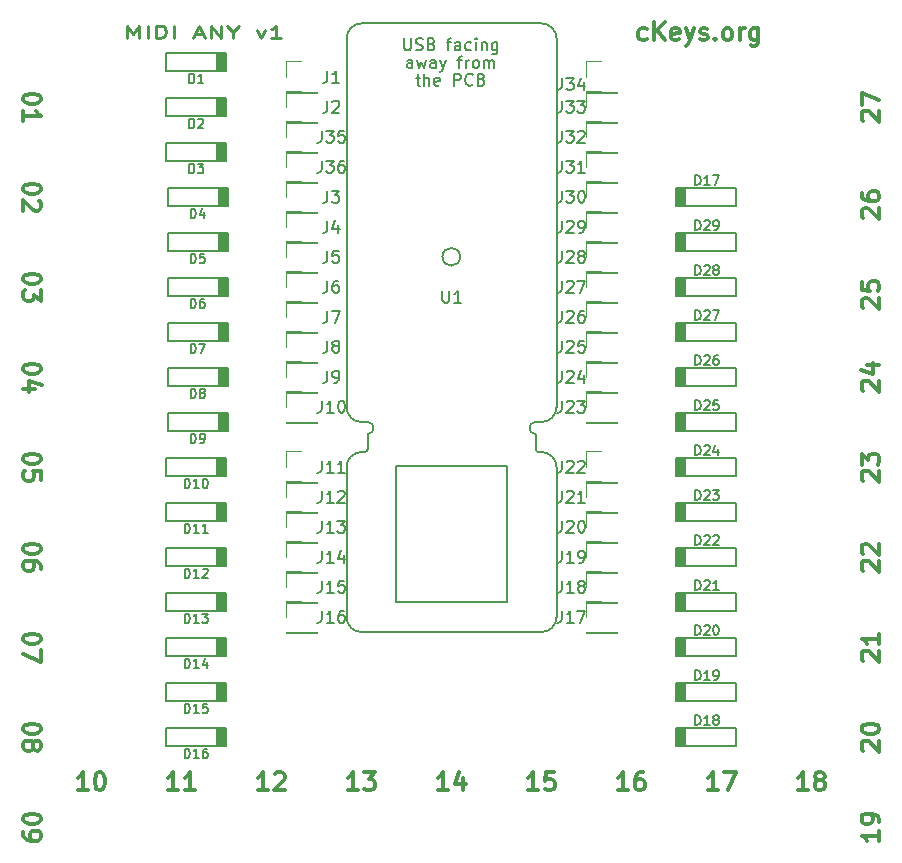
<source format=gbr>
G04 #@! TF.GenerationSoftware,KiCad,Pcbnew,(5.0.1-3-g963ef8bb5)*
G04 #@! TF.CreationDate,2019-02-13T00:25:30-08:00*
G04 #@! TF.ProjectId,midi-anything,6D6964692D616E797468696E672E6B69,rev?*
G04 #@! TF.SameCoordinates,Original*
G04 #@! TF.FileFunction,Legend,Top*
G04 #@! TF.FilePolarity,Positive*
%FSLAX46Y46*%
G04 Gerber Fmt 4.6, Leading zero omitted, Abs format (unit mm)*
G04 Created by KiCad (PCBNEW (5.0.1-3-g963ef8bb5)) date Wednesday, February 13, 2019 at 12:25:30 AM*
%MOMM*%
%LPD*%
G01*
G04 APERTURE LIST*
%ADD10C,0.300000*%
%ADD11C,0.250000*%
%ADD12C,0.150000*%
%ADD13C,0.120000*%
G04 APERTURE END LIST*
D10*
X160072142Y-59027142D02*
X159929285Y-59098571D01*
X159643571Y-59098571D01*
X159500714Y-59027142D01*
X159429285Y-58955714D01*
X159357857Y-58812857D01*
X159357857Y-58384285D01*
X159429285Y-58241428D01*
X159500714Y-58170000D01*
X159643571Y-58098571D01*
X159929285Y-58098571D01*
X160072142Y-58170000D01*
X160715000Y-59098571D02*
X160715000Y-57598571D01*
X161572142Y-59098571D02*
X160929285Y-58241428D01*
X161572142Y-57598571D02*
X160715000Y-58455714D01*
X162786428Y-59027142D02*
X162643571Y-59098571D01*
X162357857Y-59098571D01*
X162215000Y-59027142D01*
X162143571Y-58884285D01*
X162143571Y-58312857D01*
X162215000Y-58170000D01*
X162357857Y-58098571D01*
X162643571Y-58098571D01*
X162786428Y-58170000D01*
X162857857Y-58312857D01*
X162857857Y-58455714D01*
X162143571Y-58598571D01*
X163357857Y-58098571D02*
X163715000Y-59098571D01*
X164072142Y-58098571D02*
X163715000Y-59098571D01*
X163572142Y-59455714D01*
X163500714Y-59527142D01*
X163357857Y-59598571D01*
X164572142Y-59027142D02*
X164715000Y-59098571D01*
X165000714Y-59098571D01*
X165143571Y-59027142D01*
X165215000Y-58884285D01*
X165215000Y-58812857D01*
X165143571Y-58670000D01*
X165000714Y-58598571D01*
X164786428Y-58598571D01*
X164643571Y-58527142D01*
X164572142Y-58384285D01*
X164572142Y-58312857D01*
X164643571Y-58170000D01*
X164786428Y-58098571D01*
X165000714Y-58098571D01*
X165143571Y-58170000D01*
X165857857Y-58955714D02*
X165929285Y-59027142D01*
X165857857Y-59098571D01*
X165786428Y-59027142D01*
X165857857Y-58955714D01*
X165857857Y-59098571D01*
X166786428Y-59098571D02*
X166643571Y-59027142D01*
X166572142Y-58955714D01*
X166500714Y-58812857D01*
X166500714Y-58384285D01*
X166572142Y-58241428D01*
X166643571Y-58170000D01*
X166786428Y-58098571D01*
X167000714Y-58098571D01*
X167143571Y-58170000D01*
X167215000Y-58241428D01*
X167286428Y-58384285D01*
X167286428Y-58812857D01*
X167215000Y-58955714D01*
X167143571Y-59027142D01*
X167000714Y-59098571D01*
X166786428Y-59098571D01*
X167929285Y-59098571D02*
X167929285Y-58098571D01*
X167929285Y-58384285D02*
X168000714Y-58241428D01*
X168072142Y-58170000D01*
X168215000Y-58098571D01*
X168357857Y-58098571D01*
X169500714Y-58098571D02*
X169500714Y-59312857D01*
X169429285Y-59455714D01*
X169357857Y-59527142D01*
X169215000Y-59598571D01*
X169000714Y-59598571D01*
X168857857Y-59527142D01*
X169500714Y-59027142D02*
X169357857Y-59098571D01*
X169072142Y-59098571D01*
X168929285Y-59027142D01*
X168857857Y-58955714D01*
X168786428Y-58812857D01*
X168786428Y-58384285D01*
X168857857Y-58241428D01*
X168929285Y-58170000D01*
X169072142Y-58098571D01*
X169357857Y-58098571D01*
X169500714Y-58170000D01*
D11*
X116090714Y-58872380D02*
X116090714Y-57872380D01*
X116590714Y-58586666D01*
X117090714Y-57872380D01*
X117090714Y-58872380D01*
X117805000Y-58872380D02*
X117805000Y-57872380D01*
X118519285Y-58872380D02*
X118519285Y-57872380D01*
X118876428Y-57872380D01*
X119090714Y-57920000D01*
X119233571Y-58015238D01*
X119305000Y-58110476D01*
X119376428Y-58300952D01*
X119376428Y-58443809D01*
X119305000Y-58634285D01*
X119233571Y-58729523D01*
X119090714Y-58824761D01*
X118876428Y-58872380D01*
X118519285Y-58872380D01*
X120019285Y-58872380D02*
X120019285Y-57872380D01*
X121805000Y-58586666D02*
X122519285Y-58586666D01*
X121662142Y-58872380D02*
X122162142Y-57872380D01*
X122662142Y-58872380D01*
X123162142Y-58872380D02*
X123162142Y-57872380D01*
X124019285Y-58872380D01*
X124019285Y-57872380D01*
X125019285Y-58396190D02*
X125019285Y-58872380D01*
X124519285Y-57872380D02*
X125019285Y-58396190D01*
X125519285Y-57872380D01*
X127019285Y-58205714D02*
X127376428Y-58872380D01*
X127733571Y-58205714D01*
X129090714Y-58872380D02*
X128233571Y-58872380D01*
X128662142Y-58872380D02*
X128662142Y-57872380D01*
X128519285Y-58015238D01*
X128376428Y-58110476D01*
X128233571Y-58158095D01*
D10*
X166084285Y-122598571D02*
X165227142Y-122598571D01*
X165655714Y-122598571D02*
X165655714Y-121098571D01*
X165512857Y-121312857D01*
X165370000Y-121455714D01*
X165227142Y-121527142D01*
X166584285Y-121098571D02*
X167584285Y-121098571D01*
X166941428Y-122598571D01*
X173704285Y-122598571D02*
X172847142Y-122598571D01*
X173275714Y-122598571D02*
X173275714Y-121098571D01*
X173132857Y-121312857D01*
X172990000Y-121455714D01*
X172847142Y-121527142D01*
X174561428Y-121741428D02*
X174418571Y-121670000D01*
X174347142Y-121598571D01*
X174275714Y-121455714D01*
X174275714Y-121384285D01*
X174347142Y-121241428D01*
X174418571Y-121170000D01*
X174561428Y-121098571D01*
X174847142Y-121098571D01*
X174990000Y-121170000D01*
X175061428Y-121241428D01*
X175132857Y-121384285D01*
X175132857Y-121455714D01*
X175061428Y-121598571D01*
X174990000Y-121670000D01*
X174847142Y-121741428D01*
X174561428Y-121741428D01*
X174418571Y-121812857D01*
X174347142Y-121884285D01*
X174275714Y-122027142D01*
X174275714Y-122312857D01*
X174347142Y-122455714D01*
X174418571Y-122527142D01*
X174561428Y-122598571D01*
X174847142Y-122598571D01*
X174990000Y-122527142D01*
X175061428Y-122455714D01*
X175132857Y-122312857D01*
X175132857Y-122027142D01*
X175061428Y-121884285D01*
X174990000Y-121812857D01*
X174847142Y-121741428D01*
X158464285Y-122598571D02*
X157607142Y-122598571D01*
X158035714Y-122598571D02*
X158035714Y-121098571D01*
X157892857Y-121312857D01*
X157750000Y-121455714D01*
X157607142Y-121527142D01*
X159750000Y-121098571D02*
X159464285Y-121098571D01*
X159321428Y-121170000D01*
X159250000Y-121241428D01*
X159107142Y-121455714D01*
X159035714Y-121741428D01*
X159035714Y-122312857D01*
X159107142Y-122455714D01*
X159178571Y-122527142D01*
X159321428Y-122598571D01*
X159607142Y-122598571D01*
X159750000Y-122527142D01*
X159821428Y-122455714D01*
X159892857Y-122312857D01*
X159892857Y-121955714D01*
X159821428Y-121812857D01*
X159750000Y-121741428D01*
X159607142Y-121670000D01*
X159321428Y-121670000D01*
X159178571Y-121741428D01*
X159107142Y-121812857D01*
X159035714Y-121955714D01*
X178391428Y-104012857D02*
X178320000Y-103941428D01*
X178248571Y-103798571D01*
X178248571Y-103441428D01*
X178320000Y-103298571D01*
X178391428Y-103227142D01*
X178534285Y-103155714D01*
X178677142Y-103155714D01*
X178891428Y-103227142D01*
X179748571Y-104084285D01*
X179748571Y-103155714D01*
X178391428Y-102584285D02*
X178320000Y-102512857D01*
X178248571Y-102370000D01*
X178248571Y-102012857D01*
X178320000Y-101870000D01*
X178391428Y-101798571D01*
X178534285Y-101727142D01*
X178677142Y-101727142D01*
X178891428Y-101798571D01*
X179748571Y-102655714D01*
X179748571Y-101727142D01*
X178391428Y-88772857D02*
X178320000Y-88701428D01*
X178248571Y-88558571D01*
X178248571Y-88201428D01*
X178320000Y-88058571D01*
X178391428Y-87987142D01*
X178534285Y-87915714D01*
X178677142Y-87915714D01*
X178891428Y-87987142D01*
X179748571Y-88844285D01*
X179748571Y-87915714D01*
X178748571Y-86630000D02*
X179748571Y-86630000D01*
X178177142Y-86987142D02*
X179248571Y-87344285D01*
X179248571Y-86415714D01*
X120364285Y-122598571D02*
X119507142Y-122598571D01*
X119935714Y-122598571D02*
X119935714Y-121098571D01*
X119792857Y-121312857D01*
X119650000Y-121455714D01*
X119507142Y-121527142D01*
X121792857Y-122598571D02*
X120935714Y-122598571D01*
X121364285Y-122598571D02*
X121364285Y-121098571D01*
X121221428Y-121312857D01*
X121078571Y-121455714D01*
X120935714Y-121527142D01*
X108771428Y-124944285D02*
X108771428Y-125087142D01*
X108700000Y-125230000D01*
X108628571Y-125301428D01*
X108485714Y-125372857D01*
X108200000Y-125444285D01*
X107842857Y-125444285D01*
X107557142Y-125372857D01*
X107414285Y-125301428D01*
X107342857Y-125230000D01*
X107271428Y-125087142D01*
X107271428Y-124944285D01*
X107342857Y-124801428D01*
X107414285Y-124730000D01*
X107557142Y-124658571D01*
X107842857Y-124587142D01*
X108200000Y-124587142D01*
X108485714Y-124658571D01*
X108628571Y-124730000D01*
X108700000Y-124801428D01*
X108771428Y-124944285D01*
X107271428Y-126158571D02*
X107271428Y-126444285D01*
X107342857Y-126587142D01*
X107414285Y-126658571D01*
X107628571Y-126801428D01*
X107914285Y-126872857D01*
X108485714Y-126872857D01*
X108628571Y-126801428D01*
X108700000Y-126730000D01*
X108771428Y-126587142D01*
X108771428Y-126301428D01*
X108700000Y-126158571D01*
X108628571Y-126087142D01*
X108485714Y-126015714D01*
X108128571Y-126015714D01*
X107985714Y-126087142D01*
X107914285Y-126158571D01*
X107842857Y-126301428D01*
X107842857Y-126587142D01*
X107914285Y-126730000D01*
X107985714Y-126801428D01*
X108128571Y-126872857D01*
X108771428Y-71604285D02*
X108771428Y-71747142D01*
X108700000Y-71890000D01*
X108628571Y-71961428D01*
X108485714Y-72032857D01*
X108200000Y-72104285D01*
X107842857Y-72104285D01*
X107557142Y-72032857D01*
X107414285Y-71961428D01*
X107342857Y-71890000D01*
X107271428Y-71747142D01*
X107271428Y-71604285D01*
X107342857Y-71461428D01*
X107414285Y-71390000D01*
X107557142Y-71318571D01*
X107842857Y-71247142D01*
X108200000Y-71247142D01*
X108485714Y-71318571D01*
X108628571Y-71390000D01*
X108700000Y-71461428D01*
X108771428Y-71604285D01*
X108628571Y-72675714D02*
X108700000Y-72747142D01*
X108771428Y-72890000D01*
X108771428Y-73247142D01*
X108700000Y-73390000D01*
X108628571Y-73461428D01*
X108485714Y-73532857D01*
X108342857Y-73532857D01*
X108128571Y-73461428D01*
X107271428Y-72604285D01*
X107271428Y-73532857D01*
X108771428Y-86844285D02*
X108771428Y-86987142D01*
X108700000Y-87130000D01*
X108628571Y-87201428D01*
X108485714Y-87272857D01*
X108200000Y-87344285D01*
X107842857Y-87344285D01*
X107557142Y-87272857D01*
X107414285Y-87201428D01*
X107342857Y-87130000D01*
X107271428Y-86987142D01*
X107271428Y-86844285D01*
X107342857Y-86701428D01*
X107414285Y-86630000D01*
X107557142Y-86558571D01*
X107842857Y-86487142D01*
X108200000Y-86487142D01*
X108485714Y-86558571D01*
X108628571Y-86630000D01*
X108700000Y-86701428D01*
X108771428Y-86844285D01*
X108271428Y-88630000D02*
X107271428Y-88630000D01*
X108842857Y-88272857D02*
X107771428Y-87915714D01*
X107771428Y-88844285D01*
X178391428Y-74167857D02*
X178320000Y-74096428D01*
X178248571Y-73953571D01*
X178248571Y-73596428D01*
X178320000Y-73453571D01*
X178391428Y-73382142D01*
X178534285Y-73310714D01*
X178677142Y-73310714D01*
X178891428Y-73382142D01*
X179748571Y-74239285D01*
X179748571Y-73310714D01*
X178248571Y-72025000D02*
X178248571Y-72310714D01*
X178320000Y-72453571D01*
X178391428Y-72525000D01*
X178605714Y-72667857D01*
X178891428Y-72739285D01*
X179462857Y-72739285D01*
X179605714Y-72667857D01*
X179677142Y-72596428D01*
X179748571Y-72453571D01*
X179748571Y-72167857D01*
X179677142Y-72025000D01*
X179605714Y-71953571D01*
X179462857Y-71882142D01*
X179105714Y-71882142D01*
X178962857Y-71953571D01*
X178891428Y-72025000D01*
X178820000Y-72167857D01*
X178820000Y-72453571D01*
X178891428Y-72596428D01*
X178962857Y-72667857D01*
X179105714Y-72739285D01*
X108771428Y-117324285D02*
X108771428Y-117467142D01*
X108700000Y-117610000D01*
X108628571Y-117681428D01*
X108485714Y-117752857D01*
X108200000Y-117824285D01*
X107842857Y-117824285D01*
X107557142Y-117752857D01*
X107414285Y-117681428D01*
X107342857Y-117610000D01*
X107271428Y-117467142D01*
X107271428Y-117324285D01*
X107342857Y-117181428D01*
X107414285Y-117110000D01*
X107557142Y-117038571D01*
X107842857Y-116967142D01*
X108200000Y-116967142D01*
X108485714Y-117038571D01*
X108628571Y-117110000D01*
X108700000Y-117181428D01*
X108771428Y-117324285D01*
X108128571Y-118681428D02*
X108200000Y-118538571D01*
X108271428Y-118467142D01*
X108414285Y-118395714D01*
X108485714Y-118395714D01*
X108628571Y-118467142D01*
X108700000Y-118538571D01*
X108771428Y-118681428D01*
X108771428Y-118967142D01*
X108700000Y-119110000D01*
X108628571Y-119181428D01*
X108485714Y-119252857D01*
X108414285Y-119252857D01*
X108271428Y-119181428D01*
X108200000Y-119110000D01*
X108128571Y-118967142D01*
X108128571Y-118681428D01*
X108057142Y-118538571D01*
X107985714Y-118467142D01*
X107842857Y-118395714D01*
X107557142Y-118395714D01*
X107414285Y-118467142D01*
X107342857Y-118538571D01*
X107271428Y-118681428D01*
X107271428Y-118967142D01*
X107342857Y-119110000D01*
X107414285Y-119181428D01*
X107557142Y-119252857D01*
X107842857Y-119252857D01*
X107985714Y-119181428D01*
X108057142Y-119110000D01*
X108128571Y-118967142D01*
X108771428Y-94464285D02*
X108771428Y-94607142D01*
X108700000Y-94750000D01*
X108628571Y-94821428D01*
X108485714Y-94892857D01*
X108200000Y-94964285D01*
X107842857Y-94964285D01*
X107557142Y-94892857D01*
X107414285Y-94821428D01*
X107342857Y-94750000D01*
X107271428Y-94607142D01*
X107271428Y-94464285D01*
X107342857Y-94321428D01*
X107414285Y-94250000D01*
X107557142Y-94178571D01*
X107842857Y-94107142D01*
X108200000Y-94107142D01*
X108485714Y-94178571D01*
X108628571Y-94250000D01*
X108700000Y-94321428D01*
X108771428Y-94464285D01*
X108771428Y-96321428D02*
X108771428Y-95607142D01*
X108057142Y-95535714D01*
X108128571Y-95607142D01*
X108200000Y-95750000D01*
X108200000Y-96107142D01*
X108128571Y-96250000D01*
X108057142Y-96321428D01*
X107914285Y-96392857D01*
X107557142Y-96392857D01*
X107414285Y-96321428D01*
X107342857Y-96250000D01*
X107271428Y-96107142D01*
X107271428Y-95750000D01*
X107342857Y-95607142D01*
X107414285Y-95535714D01*
X127984285Y-122598571D02*
X127127142Y-122598571D01*
X127555714Y-122598571D02*
X127555714Y-121098571D01*
X127412857Y-121312857D01*
X127270000Y-121455714D01*
X127127142Y-121527142D01*
X128555714Y-121241428D02*
X128627142Y-121170000D01*
X128770000Y-121098571D01*
X129127142Y-121098571D01*
X129270000Y-121170000D01*
X129341428Y-121241428D01*
X129412857Y-121384285D01*
X129412857Y-121527142D01*
X129341428Y-121741428D01*
X128484285Y-122598571D01*
X129412857Y-122598571D01*
X135604285Y-122598571D02*
X134747142Y-122598571D01*
X135175714Y-122598571D02*
X135175714Y-121098571D01*
X135032857Y-121312857D01*
X134890000Y-121455714D01*
X134747142Y-121527142D01*
X136104285Y-121098571D02*
X137032857Y-121098571D01*
X136532857Y-121670000D01*
X136747142Y-121670000D01*
X136890000Y-121741428D01*
X136961428Y-121812857D01*
X137032857Y-121955714D01*
X137032857Y-122312857D01*
X136961428Y-122455714D01*
X136890000Y-122527142D01*
X136747142Y-122598571D01*
X136318571Y-122598571D01*
X136175714Y-122527142D01*
X136104285Y-122455714D01*
X179748571Y-126015714D02*
X179748571Y-126872857D01*
X179748571Y-126444285D02*
X178248571Y-126444285D01*
X178462857Y-126587142D01*
X178605714Y-126730000D01*
X178677142Y-126872857D01*
X179748571Y-125301428D02*
X179748571Y-125015714D01*
X179677142Y-124872857D01*
X179605714Y-124801428D01*
X179391428Y-124658571D01*
X179105714Y-124587142D01*
X178534285Y-124587142D01*
X178391428Y-124658571D01*
X178320000Y-124730000D01*
X178248571Y-124872857D01*
X178248571Y-125158571D01*
X178320000Y-125301428D01*
X178391428Y-125372857D01*
X178534285Y-125444285D01*
X178891428Y-125444285D01*
X179034285Y-125372857D01*
X179105714Y-125301428D01*
X179177142Y-125158571D01*
X179177142Y-124872857D01*
X179105714Y-124730000D01*
X179034285Y-124658571D01*
X178891428Y-124587142D01*
X178391428Y-81787857D02*
X178320000Y-81716428D01*
X178248571Y-81573571D01*
X178248571Y-81216428D01*
X178320000Y-81073571D01*
X178391428Y-81002142D01*
X178534285Y-80930714D01*
X178677142Y-80930714D01*
X178891428Y-81002142D01*
X179748571Y-81859285D01*
X179748571Y-80930714D01*
X178248571Y-79573571D02*
X178248571Y-80287857D01*
X178962857Y-80359285D01*
X178891428Y-80287857D01*
X178820000Y-80145000D01*
X178820000Y-79787857D01*
X178891428Y-79645000D01*
X178962857Y-79573571D01*
X179105714Y-79502142D01*
X179462857Y-79502142D01*
X179605714Y-79573571D01*
X179677142Y-79645000D01*
X179748571Y-79787857D01*
X179748571Y-80145000D01*
X179677142Y-80287857D01*
X179605714Y-80359285D01*
X178391428Y-96392857D02*
X178320000Y-96321428D01*
X178248571Y-96178571D01*
X178248571Y-95821428D01*
X178320000Y-95678571D01*
X178391428Y-95607142D01*
X178534285Y-95535714D01*
X178677142Y-95535714D01*
X178891428Y-95607142D01*
X179748571Y-96464285D01*
X179748571Y-95535714D01*
X178248571Y-95035714D02*
X178248571Y-94107142D01*
X178820000Y-94607142D01*
X178820000Y-94392857D01*
X178891428Y-94250000D01*
X178962857Y-94178571D01*
X179105714Y-94107142D01*
X179462857Y-94107142D01*
X179605714Y-94178571D01*
X179677142Y-94250000D01*
X179748571Y-94392857D01*
X179748571Y-94821428D01*
X179677142Y-94964285D01*
X179605714Y-95035714D01*
X143224285Y-122598571D02*
X142367142Y-122598571D01*
X142795714Y-122598571D02*
X142795714Y-121098571D01*
X142652857Y-121312857D01*
X142510000Y-121455714D01*
X142367142Y-121527142D01*
X144510000Y-121598571D02*
X144510000Y-122598571D01*
X144152857Y-121027142D02*
X143795714Y-122098571D01*
X144724285Y-122098571D01*
X108771428Y-102084285D02*
X108771428Y-102227142D01*
X108700000Y-102370000D01*
X108628571Y-102441428D01*
X108485714Y-102512857D01*
X108200000Y-102584285D01*
X107842857Y-102584285D01*
X107557142Y-102512857D01*
X107414285Y-102441428D01*
X107342857Y-102370000D01*
X107271428Y-102227142D01*
X107271428Y-102084285D01*
X107342857Y-101941428D01*
X107414285Y-101870000D01*
X107557142Y-101798571D01*
X107842857Y-101727142D01*
X108200000Y-101727142D01*
X108485714Y-101798571D01*
X108628571Y-101870000D01*
X108700000Y-101941428D01*
X108771428Y-102084285D01*
X108771428Y-103870000D02*
X108771428Y-103584285D01*
X108700000Y-103441428D01*
X108628571Y-103370000D01*
X108414285Y-103227142D01*
X108128571Y-103155714D01*
X107557142Y-103155714D01*
X107414285Y-103227142D01*
X107342857Y-103298571D01*
X107271428Y-103441428D01*
X107271428Y-103727142D01*
X107342857Y-103870000D01*
X107414285Y-103941428D01*
X107557142Y-104012857D01*
X107914285Y-104012857D01*
X108057142Y-103941428D01*
X108128571Y-103870000D01*
X108200000Y-103727142D01*
X108200000Y-103441428D01*
X108128571Y-103298571D01*
X108057142Y-103227142D01*
X107914285Y-103155714D01*
X112744285Y-122598571D02*
X111887142Y-122598571D01*
X112315714Y-122598571D02*
X112315714Y-121098571D01*
X112172857Y-121312857D01*
X112030000Y-121455714D01*
X111887142Y-121527142D01*
X113672857Y-121098571D02*
X113815714Y-121098571D01*
X113958571Y-121170000D01*
X114030000Y-121241428D01*
X114101428Y-121384285D01*
X114172857Y-121670000D01*
X114172857Y-122027142D01*
X114101428Y-122312857D01*
X114030000Y-122455714D01*
X113958571Y-122527142D01*
X113815714Y-122598571D01*
X113672857Y-122598571D01*
X113530000Y-122527142D01*
X113458571Y-122455714D01*
X113387142Y-122312857D01*
X113315714Y-122027142D01*
X113315714Y-121670000D01*
X113387142Y-121384285D01*
X113458571Y-121241428D01*
X113530000Y-121170000D01*
X113672857Y-121098571D01*
X108771428Y-109704285D02*
X108771428Y-109847142D01*
X108700000Y-109990000D01*
X108628571Y-110061428D01*
X108485714Y-110132857D01*
X108200000Y-110204285D01*
X107842857Y-110204285D01*
X107557142Y-110132857D01*
X107414285Y-110061428D01*
X107342857Y-109990000D01*
X107271428Y-109847142D01*
X107271428Y-109704285D01*
X107342857Y-109561428D01*
X107414285Y-109490000D01*
X107557142Y-109418571D01*
X107842857Y-109347142D01*
X108200000Y-109347142D01*
X108485714Y-109418571D01*
X108628571Y-109490000D01*
X108700000Y-109561428D01*
X108771428Y-109704285D01*
X108771428Y-110704285D02*
X108771428Y-111704285D01*
X107271428Y-111061428D01*
X178391428Y-119252857D02*
X178320000Y-119181428D01*
X178248571Y-119038571D01*
X178248571Y-118681428D01*
X178320000Y-118538571D01*
X178391428Y-118467142D01*
X178534285Y-118395714D01*
X178677142Y-118395714D01*
X178891428Y-118467142D01*
X179748571Y-119324285D01*
X179748571Y-118395714D01*
X178248571Y-117467142D02*
X178248571Y-117324285D01*
X178320000Y-117181428D01*
X178391428Y-117110000D01*
X178534285Y-117038571D01*
X178820000Y-116967142D01*
X179177142Y-116967142D01*
X179462857Y-117038571D01*
X179605714Y-117110000D01*
X179677142Y-117181428D01*
X179748571Y-117324285D01*
X179748571Y-117467142D01*
X179677142Y-117610000D01*
X179605714Y-117681428D01*
X179462857Y-117752857D01*
X179177142Y-117824285D01*
X178820000Y-117824285D01*
X178534285Y-117752857D01*
X178391428Y-117681428D01*
X178320000Y-117610000D01*
X178248571Y-117467142D01*
X178391428Y-111632857D02*
X178320000Y-111561428D01*
X178248571Y-111418571D01*
X178248571Y-111061428D01*
X178320000Y-110918571D01*
X178391428Y-110847142D01*
X178534285Y-110775714D01*
X178677142Y-110775714D01*
X178891428Y-110847142D01*
X179748571Y-111704285D01*
X179748571Y-110775714D01*
X179748571Y-109347142D02*
X179748571Y-110204285D01*
X179748571Y-109775714D02*
X178248571Y-109775714D01*
X178462857Y-109918571D01*
X178605714Y-110061428D01*
X178677142Y-110204285D01*
X178391428Y-65912857D02*
X178320000Y-65841428D01*
X178248571Y-65698571D01*
X178248571Y-65341428D01*
X178320000Y-65198571D01*
X178391428Y-65127142D01*
X178534285Y-65055714D01*
X178677142Y-65055714D01*
X178891428Y-65127142D01*
X179748571Y-65984285D01*
X179748571Y-65055714D01*
X178248571Y-64555714D02*
X178248571Y-63555714D01*
X179748571Y-64198571D01*
X108771428Y-63984285D02*
X108771428Y-64127142D01*
X108700000Y-64270000D01*
X108628571Y-64341428D01*
X108485714Y-64412857D01*
X108200000Y-64484285D01*
X107842857Y-64484285D01*
X107557142Y-64412857D01*
X107414285Y-64341428D01*
X107342857Y-64270000D01*
X107271428Y-64127142D01*
X107271428Y-63984285D01*
X107342857Y-63841428D01*
X107414285Y-63770000D01*
X107557142Y-63698571D01*
X107842857Y-63627142D01*
X108200000Y-63627142D01*
X108485714Y-63698571D01*
X108628571Y-63770000D01*
X108700000Y-63841428D01*
X108771428Y-63984285D01*
X107271428Y-65912857D02*
X107271428Y-65055714D01*
X107271428Y-65484285D02*
X108771428Y-65484285D01*
X108557142Y-65341428D01*
X108414285Y-65198571D01*
X108342857Y-65055714D01*
X108771428Y-79224285D02*
X108771428Y-79367142D01*
X108700000Y-79510000D01*
X108628571Y-79581428D01*
X108485714Y-79652857D01*
X108200000Y-79724285D01*
X107842857Y-79724285D01*
X107557142Y-79652857D01*
X107414285Y-79581428D01*
X107342857Y-79510000D01*
X107271428Y-79367142D01*
X107271428Y-79224285D01*
X107342857Y-79081428D01*
X107414285Y-79010000D01*
X107557142Y-78938571D01*
X107842857Y-78867142D01*
X108200000Y-78867142D01*
X108485714Y-78938571D01*
X108628571Y-79010000D01*
X108700000Y-79081428D01*
X108771428Y-79224285D01*
X108771428Y-80224285D02*
X108771428Y-81152857D01*
X108200000Y-80652857D01*
X108200000Y-80867142D01*
X108128571Y-81010000D01*
X108057142Y-81081428D01*
X107914285Y-81152857D01*
X107557142Y-81152857D01*
X107414285Y-81081428D01*
X107342857Y-81010000D01*
X107271428Y-80867142D01*
X107271428Y-80438571D01*
X107342857Y-80295714D01*
X107414285Y-80224285D01*
X150844285Y-122598571D02*
X149987142Y-122598571D01*
X150415714Y-122598571D02*
X150415714Y-121098571D01*
X150272857Y-121312857D01*
X150130000Y-121455714D01*
X149987142Y-121527142D01*
X152201428Y-121098571D02*
X151487142Y-121098571D01*
X151415714Y-121812857D01*
X151487142Y-121741428D01*
X151630000Y-121670000D01*
X151987142Y-121670000D01*
X152130000Y-121741428D01*
X152201428Y-121812857D01*
X152272857Y-121955714D01*
X152272857Y-122312857D01*
X152201428Y-122455714D01*
X152130000Y-122527142D01*
X151987142Y-122598571D01*
X151630000Y-122598571D01*
X151487142Y-122527142D01*
X151415714Y-122455714D01*
D12*
G04 #@! TO.C,U1*
X148210000Y-106670000D02*
X148210000Y-95170000D01*
X138831000Y-95170000D02*
X148210000Y-95170000D01*
X138831000Y-106670000D02*
X148210000Y-106670000D01*
X151150000Y-109210000D02*
X135910000Y-109210000D01*
X134640000Y-95240000D02*
X134640000Y-107940000D01*
X152420000Y-95240000D02*
X152420000Y-107940000D01*
X150896000Y-93970000D02*
X151150000Y-93970000D01*
X150642000Y-92446000D02*
X150642000Y-93716000D01*
X136164000Y-93970000D02*
G75*
G03X136418000Y-93716000I0J254000D01*
G01*
X150642000Y-93716000D02*
G75*
G03X150896000Y-93970000I254000J0D01*
G01*
X135910000Y-93970000D02*
G75*
G03X134640000Y-95240000I0J-1270000D01*
G01*
X152420000Y-95240000D02*
G75*
G03X151150000Y-93970000I-1270000J0D01*
G01*
X134640000Y-107940000D02*
G75*
G03X135910000Y-109210000I1270000J0D01*
G01*
X151150000Y-109210000D02*
G75*
G03X152420000Y-107940000I0J1270000D01*
G01*
X150642000Y-91430000D02*
X151150000Y-91430000D01*
X136418000Y-92446000D02*
G75*
G03X136418000Y-91430000I0J508000D01*
G01*
X134640000Y-90160000D02*
G75*
G03X135910000Y-91430000I1270000J0D01*
G01*
X151150000Y-91430000D02*
G75*
G03X152420000Y-90160000I0J1270000D01*
G01*
X150642000Y-91430000D02*
G75*
G03X150642000Y-92446000I0J-508000D01*
G01*
X135910000Y-57676000D02*
G75*
G03X134640000Y-58946000I0J-1270000D01*
G01*
X144260000Y-77435000D02*
G75*
G03X144260000Y-77435000I-750000J0D01*
G01*
X152420000Y-58946000D02*
G75*
G03X151150000Y-57676000I-1270000J0D01*
G01*
X135910000Y-57676000D02*
X151150000Y-57676000D01*
X134640000Y-58946000D02*
X134640000Y-90160000D01*
X152420000Y-90160000D02*
X152420000Y-58946000D01*
X135910000Y-91430000D02*
X136420000Y-91430000D01*
X135910000Y-93970000D02*
X136164000Y-93970000D01*
X136418000Y-92446000D02*
X136418000Y-93716000D01*
X138831000Y-95170000D02*
X138831000Y-106670000D01*
D13*
G04 #@! TO.C,J1*
X129480000Y-60900000D02*
X130810000Y-60900000D01*
X129480000Y-62230000D02*
X129480000Y-60900000D01*
X129480000Y-63500000D02*
X132140000Y-63500000D01*
X132140000Y-63500000D02*
X132140000Y-63560000D01*
X129480000Y-63500000D02*
X129480000Y-63560000D01*
X129480000Y-63560000D02*
X132140000Y-63560000D01*
G04 #@! TO.C,J2*
X129480000Y-66100000D02*
X132140000Y-66100000D01*
X129480000Y-66040000D02*
X129480000Y-66100000D01*
X132140000Y-66040000D02*
X132140000Y-66100000D01*
X129480000Y-66040000D02*
X132140000Y-66040000D01*
X129480000Y-64770000D02*
X129480000Y-63440000D01*
X129480000Y-63440000D02*
X130810000Y-63440000D01*
G04 #@! TO.C,J3*
X129480000Y-73720000D02*
X132140000Y-73720000D01*
X129480000Y-73660000D02*
X129480000Y-73720000D01*
X132140000Y-73660000D02*
X132140000Y-73720000D01*
X129480000Y-73660000D02*
X132140000Y-73660000D01*
X129480000Y-72390000D02*
X129480000Y-71060000D01*
X129480000Y-71060000D02*
X130810000Y-71060000D01*
G04 #@! TO.C,J4*
X129480000Y-73600000D02*
X130810000Y-73600000D01*
X129480000Y-74930000D02*
X129480000Y-73600000D01*
X129480000Y-76200000D02*
X132140000Y-76200000D01*
X132140000Y-76200000D02*
X132140000Y-76260000D01*
X129480000Y-76200000D02*
X129480000Y-76260000D01*
X129480000Y-76260000D02*
X132140000Y-76260000D01*
G04 #@! TO.C,J5*
X129480000Y-76140000D02*
X130810000Y-76140000D01*
X129480000Y-77470000D02*
X129480000Y-76140000D01*
X129480000Y-78740000D02*
X132140000Y-78740000D01*
X132140000Y-78740000D02*
X132140000Y-78800000D01*
X129480000Y-78740000D02*
X129480000Y-78800000D01*
X129480000Y-78800000D02*
X132140000Y-78800000D01*
G04 #@! TO.C,J6*
X129480000Y-81340000D02*
X132140000Y-81340000D01*
X129480000Y-81280000D02*
X129480000Y-81340000D01*
X132140000Y-81280000D02*
X132140000Y-81340000D01*
X129480000Y-81280000D02*
X132140000Y-81280000D01*
X129480000Y-80010000D02*
X129480000Y-78680000D01*
X129480000Y-78680000D02*
X130810000Y-78680000D01*
G04 #@! TO.C,J7*
X129480000Y-83880000D02*
X132140000Y-83880000D01*
X129480000Y-83820000D02*
X129480000Y-83880000D01*
X132140000Y-83820000D02*
X132140000Y-83880000D01*
X129480000Y-83820000D02*
X132140000Y-83820000D01*
X129480000Y-82550000D02*
X129480000Y-81220000D01*
X129480000Y-81220000D02*
X130810000Y-81220000D01*
G04 #@! TO.C,J8*
X129480000Y-83760000D02*
X130810000Y-83760000D01*
X129480000Y-85090000D02*
X129480000Y-83760000D01*
X129480000Y-86360000D02*
X132140000Y-86360000D01*
X132140000Y-86360000D02*
X132140000Y-86420000D01*
X129480000Y-86360000D02*
X129480000Y-86420000D01*
X129480000Y-86420000D02*
X132140000Y-86420000D01*
G04 #@! TO.C,J9*
X129480000Y-88960000D02*
X132140000Y-88960000D01*
X129480000Y-88900000D02*
X129480000Y-88960000D01*
X132140000Y-88900000D02*
X132140000Y-88960000D01*
X129480000Y-88900000D02*
X132140000Y-88900000D01*
X129480000Y-87630000D02*
X129480000Y-86300000D01*
X129480000Y-86300000D02*
X130810000Y-86300000D01*
G04 #@! TO.C,J10*
X129480000Y-88840000D02*
X130810000Y-88840000D01*
X129480000Y-90170000D02*
X129480000Y-88840000D01*
X129480000Y-91440000D02*
X132140000Y-91440000D01*
X132140000Y-91440000D02*
X132140000Y-91500000D01*
X129480000Y-91440000D02*
X129480000Y-91500000D01*
X129480000Y-91500000D02*
X132140000Y-91500000D01*
G04 #@! TO.C,J11*
X129480000Y-96580000D02*
X132140000Y-96580000D01*
X129480000Y-96520000D02*
X129480000Y-96580000D01*
X132140000Y-96520000D02*
X132140000Y-96580000D01*
X129480000Y-96520000D02*
X132140000Y-96520000D01*
X129480000Y-95250000D02*
X129480000Y-93920000D01*
X129480000Y-93920000D02*
X130810000Y-93920000D01*
G04 #@! TO.C,J12*
X129480000Y-96460000D02*
X130810000Y-96460000D01*
X129480000Y-97790000D02*
X129480000Y-96460000D01*
X129480000Y-99060000D02*
X132140000Y-99060000D01*
X132140000Y-99060000D02*
X132140000Y-99120000D01*
X129480000Y-99060000D02*
X129480000Y-99120000D01*
X129480000Y-99120000D02*
X132140000Y-99120000D01*
G04 #@! TO.C,J13*
X129480000Y-99000000D02*
X130810000Y-99000000D01*
X129480000Y-100330000D02*
X129480000Y-99000000D01*
X129480000Y-101600000D02*
X132140000Y-101600000D01*
X132140000Y-101600000D02*
X132140000Y-101660000D01*
X129480000Y-101600000D02*
X129480000Y-101660000D01*
X129480000Y-101660000D02*
X132140000Y-101660000D01*
G04 #@! TO.C,J14*
X129480000Y-104200000D02*
X132140000Y-104200000D01*
X129480000Y-104140000D02*
X129480000Y-104200000D01*
X132140000Y-104140000D02*
X132140000Y-104200000D01*
X129480000Y-104140000D02*
X132140000Y-104140000D01*
X129480000Y-102870000D02*
X129480000Y-101540000D01*
X129480000Y-101540000D02*
X130810000Y-101540000D01*
G04 #@! TO.C,J15*
X129480000Y-104080000D02*
X130810000Y-104080000D01*
X129480000Y-105410000D02*
X129480000Y-104080000D01*
X129480000Y-106680000D02*
X132140000Y-106680000D01*
X132140000Y-106680000D02*
X132140000Y-106740000D01*
X129480000Y-106680000D02*
X129480000Y-106740000D01*
X129480000Y-106740000D02*
X132140000Y-106740000D01*
G04 #@! TO.C,J16*
X129480000Y-109280000D02*
X132140000Y-109280000D01*
X129480000Y-109220000D02*
X129480000Y-109280000D01*
X132140000Y-109220000D02*
X132140000Y-109280000D01*
X129480000Y-109220000D02*
X132140000Y-109220000D01*
X129480000Y-107950000D02*
X129480000Y-106620000D01*
X129480000Y-106620000D02*
X130810000Y-106620000D01*
G04 #@! TO.C,J17*
X154880000Y-106620000D02*
X156210000Y-106620000D01*
X154880000Y-107950000D02*
X154880000Y-106620000D01*
X154880000Y-109220000D02*
X157540000Y-109220000D01*
X157540000Y-109220000D02*
X157540000Y-109280000D01*
X154880000Y-109220000D02*
X154880000Y-109280000D01*
X154880000Y-109280000D02*
X157540000Y-109280000D01*
G04 #@! TO.C,J18*
X154880000Y-104080000D02*
X156210000Y-104080000D01*
X154880000Y-105410000D02*
X154880000Y-104080000D01*
X154880000Y-106680000D02*
X157540000Y-106680000D01*
X157540000Y-106680000D02*
X157540000Y-106740000D01*
X154880000Y-106680000D02*
X154880000Y-106740000D01*
X154880000Y-106740000D02*
X157540000Y-106740000D01*
G04 #@! TO.C,J19*
X154880000Y-104200000D02*
X157540000Y-104200000D01*
X154880000Y-104140000D02*
X154880000Y-104200000D01*
X157540000Y-104140000D02*
X157540000Y-104200000D01*
X154880000Y-104140000D02*
X157540000Y-104140000D01*
X154880000Y-102870000D02*
X154880000Y-101540000D01*
X154880000Y-101540000D02*
X156210000Y-101540000D01*
G04 #@! TO.C,J20*
X154880000Y-99000000D02*
X156210000Y-99000000D01*
X154880000Y-100330000D02*
X154880000Y-99000000D01*
X154880000Y-101600000D02*
X157540000Y-101600000D01*
X157540000Y-101600000D02*
X157540000Y-101660000D01*
X154880000Y-101600000D02*
X154880000Y-101660000D01*
X154880000Y-101660000D02*
X157540000Y-101660000D01*
G04 #@! TO.C,J21*
X154880000Y-99120000D02*
X157540000Y-99120000D01*
X154880000Y-99060000D02*
X154880000Y-99120000D01*
X157540000Y-99060000D02*
X157540000Y-99120000D01*
X154880000Y-99060000D02*
X157540000Y-99060000D01*
X154880000Y-97790000D02*
X154880000Y-96460000D01*
X154880000Y-96460000D02*
X156210000Y-96460000D01*
G04 #@! TO.C,J22*
X154880000Y-93920000D02*
X156210000Y-93920000D01*
X154880000Y-95250000D02*
X154880000Y-93920000D01*
X154880000Y-96520000D02*
X157540000Y-96520000D01*
X157540000Y-96520000D02*
X157540000Y-96580000D01*
X154880000Y-96520000D02*
X154880000Y-96580000D01*
X154880000Y-96580000D02*
X157540000Y-96580000D01*
G04 #@! TO.C,J23*
X154880000Y-91500000D02*
X157540000Y-91500000D01*
X154880000Y-91440000D02*
X154880000Y-91500000D01*
X157540000Y-91440000D02*
X157540000Y-91500000D01*
X154880000Y-91440000D02*
X157540000Y-91440000D01*
X154880000Y-90170000D02*
X154880000Y-88840000D01*
X154880000Y-88840000D02*
X156210000Y-88840000D01*
G04 #@! TO.C,J24*
X154880000Y-86300000D02*
X156210000Y-86300000D01*
X154880000Y-87630000D02*
X154880000Y-86300000D01*
X154880000Y-88900000D02*
X157540000Y-88900000D01*
X157540000Y-88900000D02*
X157540000Y-88960000D01*
X154880000Y-88900000D02*
X154880000Y-88960000D01*
X154880000Y-88960000D02*
X157540000Y-88960000D01*
G04 #@! TO.C,J25*
X154880000Y-86420000D02*
X157540000Y-86420000D01*
X154880000Y-86360000D02*
X154880000Y-86420000D01*
X157540000Y-86360000D02*
X157540000Y-86420000D01*
X154880000Y-86360000D02*
X157540000Y-86360000D01*
X154880000Y-85090000D02*
X154880000Y-83760000D01*
X154880000Y-83760000D02*
X156210000Y-83760000D01*
G04 #@! TO.C,J26*
X154880000Y-81220000D02*
X156210000Y-81220000D01*
X154880000Y-82550000D02*
X154880000Y-81220000D01*
X154880000Y-83820000D02*
X157540000Y-83820000D01*
X157540000Y-83820000D02*
X157540000Y-83880000D01*
X154880000Y-83820000D02*
X154880000Y-83880000D01*
X154880000Y-83880000D02*
X157540000Y-83880000D01*
G04 #@! TO.C,J27*
X154880000Y-81340000D02*
X157540000Y-81340000D01*
X154880000Y-81280000D02*
X154880000Y-81340000D01*
X157540000Y-81280000D02*
X157540000Y-81340000D01*
X154880000Y-81280000D02*
X157540000Y-81280000D01*
X154880000Y-80010000D02*
X154880000Y-78680000D01*
X154880000Y-78680000D02*
X156210000Y-78680000D01*
G04 #@! TO.C,J28*
X154880000Y-76140000D02*
X156210000Y-76140000D01*
X154880000Y-77470000D02*
X154880000Y-76140000D01*
X154880000Y-78740000D02*
X157540000Y-78740000D01*
X157540000Y-78740000D02*
X157540000Y-78800000D01*
X154880000Y-78740000D02*
X154880000Y-78800000D01*
X154880000Y-78800000D02*
X157540000Y-78800000D01*
G04 #@! TO.C,J29*
X154880000Y-76260000D02*
X157540000Y-76260000D01*
X154880000Y-76200000D02*
X154880000Y-76260000D01*
X157540000Y-76200000D02*
X157540000Y-76260000D01*
X154880000Y-76200000D02*
X157540000Y-76200000D01*
X154880000Y-74930000D02*
X154880000Y-73600000D01*
X154880000Y-73600000D02*
X156210000Y-73600000D01*
G04 #@! TO.C,J30*
X154880000Y-73720000D02*
X157540000Y-73720000D01*
X154880000Y-73660000D02*
X154880000Y-73720000D01*
X157540000Y-73660000D02*
X157540000Y-73720000D01*
X154880000Y-73660000D02*
X157540000Y-73660000D01*
X154880000Y-72390000D02*
X154880000Y-71060000D01*
X154880000Y-71060000D02*
X156210000Y-71060000D01*
G04 #@! TO.C,J31*
X154880000Y-68520000D02*
X156210000Y-68520000D01*
X154880000Y-69850000D02*
X154880000Y-68520000D01*
X154880000Y-71120000D02*
X157540000Y-71120000D01*
X157540000Y-71120000D02*
X157540000Y-71180000D01*
X154880000Y-71120000D02*
X154880000Y-71180000D01*
X154880000Y-71180000D02*
X157540000Y-71180000D01*
G04 #@! TO.C,J32*
X154880000Y-65980000D02*
X156210000Y-65980000D01*
X154880000Y-67310000D02*
X154880000Y-65980000D01*
X154880000Y-68580000D02*
X157540000Y-68580000D01*
X157540000Y-68580000D02*
X157540000Y-68640000D01*
X154880000Y-68580000D02*
X154880000Y-68640000D01*
X154880000Y-68640000D02*
X157540000Y-68640000D01*
G04 #@! TO.C,J33*
X154880000Y-66100000D02*
X157540000Y-66100000D01*
X154880000Y-66040000D02*
X154880000Y-66100000D01*
X157540000Y-66040000D02*
X157540000Y-66100000D01*
X154880000Y-66040000D02*
X157540000Y-66040000D01*
X154880000Y-64770000D02*
X154880000Y-63440000D01*
X154880000Y-63440000D02*
X156210000Y-63440000D01*
G04 #@! TO.C,J34*
X154880000Y-63560000D02*
X157540000Y-63560000D01*
X154880000Y-63500000D02*
X154880000Y-63560000D01*
X157540000Y-63500000D02*
X157540000Y-63560000D01*
X154880000Y-63500000D02*
X157540000Y-63500000D01*
X154880000Y-62230000D02*
X154880000Y-60900000D01*
X154880000Y-60900000D02*
X156210000Y-60900000D01*
G04 #@! TO.C,J35*
X129480000Y-65980000D02*
X130810000Y-65980000D01*
X129480000Y-67310000D02*
X129480000Y-65980000D01*
X129480000Y-68580000D02*
X132140000Y-68580000D01*
X132140000Y-68580000D02*
X132140000Y-68640000D01*
X129480000Y-68580000D02*
X129480000Y-68640000D01*
X129480000Y-68640000D02*
X132140000Y-68640000D01*
G04 #@! TO.C,J36*
X129480000Y-71180000D02*
X132140000Y-71180000D01*
X129480000Y-71120000D02*
X129480000Y-71180000D01*
X132140000Y-71120000D02*
X132140000Y-71180000D01*
X129480000Y-71120000D02*
X132140000Y-71120000D01*
X129480000Y-69850000D02*
X129480000Y-68520000D01*
X129480000Y-68520000D02*
X130810000Y-68520000D01*
D12*
G04 #@! TO.C,D1*
X123698000Y-61722000D02*
X123698000Y-60198000D01*
X123825000Y-61722000D02*
X123825000Y-60198000D01*
X123952000Y-60198000D02*
X123952000Y-61722000D01*
X124333000Y-61722000D02*
X124333000Y-60198000D01*
X124206000Y-60198000D02*
X124206000Y-61722000D01*
X124079000Y-61722000D02*
X124079000Y-60198000D01*
X119380000Y-61722000D02*
X119888000Y-61722000D01*
X119380000Y-60198000D02*
X119380000Y-61722000D01*
X124460000Y-60198000D02*
X119380000Y-60198000D01*
X124460000Y-61722000D02*
X124460000Y-60198000D01*
X119380000Y-61722000D02*
X124460000Y-61722000D01*
G04 #@! TO.C,D2*
X123698000Y-65532000D02*
X123698000Y-64008000D01*
X123825000Y-65532000D02*
X123825000Y-64008000D01*
X123952000Y-64008000D02*
X123952000Y-65532000D01*
X124333000Y-65532000D02*
X124333000Y-64008000D01*
X124206000Y-64008000D02*
X124206000Y-65532000D01*
X124079000Y-65532000D02*
X124079000Y-64008000D01*
X119380000Y-65532000D02*
X119888000Y-65532000D01*
X119380000Y-64008000D02*
X119380000Y-65532000D01*
X124460000Y-64008000D02*
X119380000Y-64008000D01*
X124460000Y-65532000D02*
X124460000Y-64008000D01*
X119380000Y-65532000D02*
X124460000Y-65532000D01*
G04 #@! TO.C,D3*
X119380000Y-69342000D02*
X124460000Y-69342000D01*
X124460000Y-69342000D02*
X124460000Y-67818000D01*
X124460000Y-67818000D02*
X119380000Y-67818000D01*
X119380000Y-67818000D02*
X119380000Y-69342000D01*
X119380000Y-69342000D02*
X119888000Y-69342000D01*
X124079000Y-69342000D02*
X124079000Y-67818000D01*
X124206000Y-67818000D02*
X124206000Y-69342000D01*
X124333000Y-69342000D02*
X124333000Y-67818000D01*
X123952000Y-67818000D02*
X123952000Y-69342000D01*
X123825000Y-69342000D02*
X123825000Y-67818000D01*
X123698000Y-69342000D02*
X123698000Y-67818000D01*
G04 #@! TO.C,D4*
X123828000Y-73152000D02*
X123828000Y-71628000D01*
X123955000Y-73152000D02*
X123955000Y-71628000D01*
X124082000Y-71628000D02*
X124082000Y-73152000D01*
X124463000Y-73152000D02*
X124463000Y-71628000D01*
X124336000Y-71628000D02*
X124336000Y-73152000D01*
X124209000Y-73152000D02*
X124209000Y-71628000D01*
X119510000Y-73152000D02*
X120018000Y-73152000D01*
X119510000Y-71628000D02*
X119510000Y-73152000D01*
X124590000Y-71628000D02*
X119510000Y-71628000D01*
X124590000Y-73152000D02*
X124590000Y-71628000D01*
X119510000Y-73152000D02*
X124590000Y-73152000D01*
G04 #@! TO.C,D5*
X119510000Y-76962000D02*
X124590000Y-76962000D01*
X124590000Y-76962000D02*
X124590000Y-75438000D01*
X124590000Y-75438000D02*
X119510000Y-75438000D01*
X119510000Y-75438000D02*
X119510000Y-76962000D01*
X119510000Y-76962000D02*
X120018000Y-76962000D01*
X124209000Y-76962000D02*
X124209000Y-75438000D01*
X124336000Y-75438000D02*
X124336000Y-76962000D01*
X124463000Y-76962000D02*
X124463000Y-75438000D01*
X124082000Y-75438000D02*
X124082000Y-76962000D01*
X123955000Y-76962000D02*
X123955000Y-75438000D01*
X123828000Y-76962000D02*
X123828000Y-75438000D01*
G04 #@! TO.C,D6*
X123828000Y-80772000D02*
X123828000Y-79248000D01*
X123955000Y-80772000D02*
X123955000Y-79248000D01*
X124082000Y-79248000D02*
X124082000Y-80772000D01*
X124463000Y-80772000D02*
X124463000Y-79248000D01*
X124336000Y-79248000D02*
X124336000Y-80772000D01*
X124209000Y-80772000D02*
X124209000Y-79248000D01*
X119510000Y-80772000D02*
X120018000Y-80772000D01*
X119510000Y-79248000D02*
X119510000Y-80772000D01*
X124590000Y-79248000D02*
X119510000Y-79248000D01*
X124590000Y-80772000D02*
X124590000Y-79248000D01*
X119510000Y-80772000D02*
X124590000Y-80772000D01*
G04 #@! TO.C,D7*
X119510000Y-84582000D02*
X124590000Y-84582000D01*
X124590000Y-84582000D02*
X124590000Y-83058000D01*
X124590000Y-83058000D02*
X119510000Y-83058000D01*
X119510000Y-83058000D02*
X119510000Y-84582000D01*
X119510000Y-84582000D02*
X120018000Y-84582000D01*
X124209000Y-84582000D02*
X124209000Y-83058000D01*
X124336000Y-83058000D02*
X124336000Y-84582000D01*
X124463000Y-84582000D02*
X124463000Y-83058000D01*
X124082000Y-83058000D02*
X124082000Y-84582000D01*
X123955000Y-84582000D02*
X123955000Y-83058000D01*
X123828000Y-84582000D02*
X123828000Y-83058000D01*
G04 #@! TO.C,D8*
X123828000Y-88392000D02*
X123828000Y-86868000D01*
X123955000Y-88392000D02*
X123955000Y-86868000D01*
X124082000Y-86868000D02*
X124082000Y-88392000D01*
X124463000Y-88392000D02*
X124463000Y-86868000D01*
X124336000Y-86868000D02*
X124336000Y-88392000D01*
X124209000Y-88392000D02*
X124209000Y-86868000D01*
X119510000Y-88392000D02*
X120018000Y-88392000D01*
X119510000Y-86868000D02*
X119510000Y-88392000D01*
X124590000Y-86868000D02*
X119510000Y-86868000D01*
X124590000Y-88392000D02*
X124590000Y-86868000D01*
X119510000Y-88392000D02*
X124590000Y-88392000D01*
G04 #@! TO.C,D9*
X119510000Y-92202000D02*
X124590000Y-92202000D01*
X124590000Y-92202000D02*
X124590000Y-90678000D01*
X124590000Y-90678000D02*
X119510000Y-90678000D01*
X119510000Y-90678000D02*
X119510000Y-92202000D01*
X119510000Y-92202000D02*
X120018000Y-92202000D01*
X124209000Y-92202000D02*
X124209000Y-90678000D01*
X124336000Y-90678000D02*
X124336000Y-92202000D01*
X124463000Y-92202000D02*
X124463000Y-90678000D01*
X124082000Y-90678000D02*
X124082000Y-92202000D01*
X123955000Y-92202000D02*
X123955000Y-90678000D01*
X123828000Y-92202000D02*
X123828000Y-90678000D01*
G04 #@! TO.C,D10*
X123698000Y-96012000D02*
X123698000Y-94488000D01*
X123825000Y-96012000D02*
X123825000Y-94488000D01*
X123952000Y-94488000D02*
X123952000Y-96012000D01*
X124333000Y-96012000D02*
X124333000Y-94488000D01*
X124206000Y-94488000D02*
X124206000Y-96012000D01*
X124079000Y-96012000D02*
X124079000Y-94488000D01*
X119380000Y-96012000D02*
X119888000Y-96012000D01*
X119380000Y-94488000D02*
X119380000Y-96012000D01*
X124460000Y-94488000D02*
X119380000Y-94488000D01*
X124460000Y-96012000D02*
X124460000Y-94488000D01*
X119380000Y-96012000D02*
X124460000Y-96012000D01*
G04 #@! TO.C,D11*
X119380000Y-99822000D02*
X124460000Y-99822000D01*
X124460000Y-99822000D02*
X124460000Y-98298000D01*
X124460000Y-98298000D02*
X119380000Y-98298000D01*
X119380000Y-98298000D02*
X119380000Y-99822000D01*
X119380000Y-99822000D02*
X119888000Y-99822000D01*
X124079000Y-99822000D02*
X124079000Y-98298000D01*
X124206000Y-98298000D02*
X124206000Y-99822000D01*
X124333000Y-99822000D02*
X124333000Y-98298000D01*
X123952000Y-98298000D02*
X123952000Y-99822000D01*
X123825000Y-99822000D02*
X123825000Y-98298000D01*
X123698000Y-99822000D02*
X123698000Y-98298000D01*
G04 #@! TO.C,D12*
X123698000Y-103632000D02*
X123698000Y-102108000D01*
X123825000Y-103632000D02*
X123825000Y-102108000D01*
X123952000Y-102108000D02*
X123952000Y-103632000D01*
X124333000Y-103632000D02*
X124333000Y-102108000D01*
X124206000Y-102108000D02*
X124206000Y-103632000D01*
X124079000Y-103632000D02*
X124079000Y-102108000D01*
X119380000Y-103632000D02*
X119888000Y-103632000D01*
X119380000Y-102108000D02*
X119380000Y-103632000D01*
X124460000Y-102108000D02*
X119380000Y-102108000D01*
X124460000Y-103632000D02*
X124460000Y-102108000D01*
X119380000Y-103632000D02*
X124460000Y-103632000D01*
G04 #@! TO.C,D13*
X119380000Y-107442000D02*
X124460000Y-107442000D01*
X124460000Y-107442000D02*
X124460000Y-105918000D01*
X124460000Y-105918000D02*
X119380000Y-105918000D01*
X119380000Y-105918000D02*
X119380000Y-107442000D01*
X119380000Y-107442000D02*
X119888000Y-107442000D01*
X124079000Y-107442000D02*
X124079000Y-105918000D01*
X124206000Y-105918000D02*
X124206000Y-107442000D01*
X124333000Y-107442000D02*
X124333000Y-105918000D01*
X123952000Y-105918000D02*
X123952000Y-107442000D01*
X123825000Y-107442000D02*
X123825000Y-105918000D01*
X123698000Y-107442000D02*
X123698000Y-105918000D01*
G04 #@! TO.C,D14*
X119380000Y-111252000D02*
X124460000Y-111252000D01*
X124460000Y-111252000D02*
X124460000Y-109728000D01*
X124460000Y-109728000D02*
X119380000Y-109728000D01*
X119380000Y-109728000D02*
X119380000Y-111252000D01*
X119380000Y-111252000D02*
X119888000Y-111252000D01*
X124079000Y-111252000D02*
X124079000Y-109728000D01*
X124206000Y-109728000D02*
X124206000Y-111252000D01*
X124333000Y-111252000D02*
X124333000Y-109728000D01*
X123952000Y-109728000D02*
X123952000Y-111252000D01*
X123825000Y-111252000D02*
X123825000Y-109728000D01*
X123698000Y-111252000D02*
X123698000Y-109728000D01*
G04 #@! TO.C,D15*
X123698000Y-115062000D02*
X123698000Y-113538000D01*
X123825000Y-115062000D02*
X123825000Y-113538000D01*
X123952000Y-113538000D02*
X123952000Y-115062000D01*
X124333000Y-115062000D02*
X124333000Y-113538000D01*
X124206000Y-113538000D02*
X124206000Y-115062000D01*
X124079000Y-115062000D02*
X124079000Y-113538000D01*
X119380000Y-115062000D02*
X119888000Y-115062000D01*
X119380000Y-113538000D02*
X119380000Y-115062000D01*
X124460000Y-113538000D02*
X119380000Y-113538000D01*
X124460000Y-115062000D02*
X124460000Y-113538000D01*
X119380000Y-115062000D02*
X124460000Y-115062000D01*
G04 #@! TO.C,D16*
X119380000Y-118872000D02*
X124460000Y-118872000D01*
X124460000Y-118872000D02*
X124460000Y-117348000D01*
X124460000Y-117348000D02*
X119380000Y-117348000D01*
X119380000Y-117348000D02*
X119380000Y-118872000D01*
X119380000Y-118872000D02*
X119888000Y-118872000D01*
X124079000Y-118872000D02*
X124079000Y-117348000D01*
X124206000Y-117348000D02*
X124206000Y-118872000D01*
X124333000Y-118872000D02*
X124333000Y-117348000D01*
X123952000Y-117348000D02*
X123952000Y-118872000D01*
X123825000Y-118872000D02*
X123825000Y-117348000D01*
X123698000Y-118872000D02*
X123698000Y-117348000D01*
G04 #@! TO.C,D17*
X167640000Y-71628000D02*
X162560000Y-71628000D01*
X162560000Y-71628000D02*
X162560000Y-73152000D01*
X162560000Y-73152000D02*
X167640000Y-73152000D01*
X167640000Y-73152000D02*
X167640000Y-71628000D01*
X167640000Y-71628000D02*
X167132000Y-71628000D01*
X162941000Y-71628000D02*
X162941000Y-73152000D01*
X162814000Y-73152000D02*
X162814000Y-71628000D01*
X162687000Y-71628000D02*
X162687000Y-73152000D01*
X163068000Y-73152000D02*
X163068000Y-71628000D01*
X163195000Y-71628000D02*
X163195000Y-73152000D01*
X163322000Y-71628000D02*
X163322000Y-73152000D01*
G04 #@! TO.C,D18*
X163322000Y-117348000D02*
X163322000Y-118872000D01*
X163195000Y-117348000D02*
X163195000Y-118872000D01*
X163068000Y-118872000D02*
X163068000Y-117348000D01*
X162687000Y-117348000D02*
X162687000Y-118872000D01*
X162814000Y-118872000D02*
X162814000Y-117348000D01*
X162941000Y-117348000D02*
X162941000Y-118872000D01*
X167640000Y-117348000D02*
X167132000Y-117348000D01*
X167640000Y-118872000D02*
X167640000Y-117348000D01*
X162560000Y-118872000D02*
X167640000Y-118872000D01*
X162560000Y-117348000D02*
X162560000Y-118872000D01*
X167640000Y-117348000D02*
X162560000Y-117348000D01*
G04 #@! TO.C,D19*
X167640000Y-113538000D02*
X162560000Y-113538000D01*
X162560000Y-113538000D02*
X162560000Y-115062000D01*
X162560000Y-115062000D02*
X167640000Y-115062000D01*
X167640000Y-115062000D02*
X167640000Y-113538000D01*
X167640000Y-113538000D02*
X167132000Y-113538000D01*
X162941000Y-113538000D02*
X162941000Y-115062000D01*
X162814000Y-115062000D02*
X162814000Y-113538000D01*
X162687000Y-113538000D02*
X162687000Y-115062000D01*
X163068000Y-115062000D02*
X163068000Y-113538000D01*
X163195000Y-113538000D02*
X163195000Y-115062000D01*
X163322000Y-113538000D02*
X163322000Y-115062000D01*
G04 #@! TO.C,D20*
X163322000Y-109728000D02*
X163322000Y-111252000D01*
X163195000Y-109728000D02*
X163195000Y-111252000D01*
X163068000Y-111252000D02*
X163068000Y-109728000D01*
X162687000Y-109728000D02*
X162687000Y-111252000D01*
X162814000Y-111252000D02*
X162814000Y-109728000D01*
X162941000Y-109728000D02*
X162941000Y-111252000D01*
X167640000Y-109728000D02*
X167132000Y-109728000D01*
X167640000Y-111252000D02*
X167640000Y-109728000D01*
X162560000Y-111252000D02*
X167640000Y-111252000D01*
X162560000Y-109728000D02*
X162560000Y-111252000D01*
X167640000Y-109728000D02*
X162560000Y-109728000D01*
G04 #@! TO.C,D21*
X167640000Y-105918000D02*
X162560000Y-105918000D01*
X162560000Y-105918000D02*
X162560000Y-107442000D01*
X162560000Y-107442000D02*
X167640000Y-107442000D01*
X167640000Y-107442000D02*
X167640000Y-105918000D01*
X167640000Y-105918000D02*
X167132000Y-105918000D01*
X162941000Y-105918000D02*
X162941000Y-107442000D01*
X162814000Y-107442000D02*
X162814000Y-105918000D01*
X162687000Y-105918000D02*
X162687000Y-107442000D01*
X163068000Y-107442000D02*
X163068000Y-105918000D01*
X163195000Y-105918000D02*
X163195000Y-107442000D01*
X163322000Y-105918000D02*
X163322000Y-107442000D01*
G04 #@! TO.C,D22*
X163322000Y-102108000D02*
X163322000Y-103632000D01*
X163195000Y-102108000D02*
X163195000Y-103632000D01*
X163068000Y-103632000D02*
X163068000Y-102108000D01*
X162687000Y-102108000D02*
X162687000Y-103632000D01*
X162814000Y-103632000D02*
X162814000Y-102108000D01*
X162941000Y-102108000D02*
X162941000Y-103632000D01*
X167640000Y-102108000D02*
X167132000Y-102108000D01*
X167640000Y-103632000D02*
X167640000Y-102108000D01*
X162560000Y-103632000D02*
X167640000Y-103632000D01*
X162560000Y-102108000D02*
X162560000Y-103632000D01*
X167640000Y-102108000D02*
X162560000Y-102108000D01*
G04 #@! TO.C,D23*
X167640000Y-98298000D02*
X162560000Y-98298000D01*
X162560000Y-98298000D02*
X162560000Y-99822000D01*
X162560000Y-99822000D02*
X167640000Y-99822000D01*
X167640000Y-99822000D02*
X167640000Y-98298000D01*
X167640000Y-98298000D02*
X167132000Y-98298000D01*
X162941000Y-98298000D02*
X162941000Y-99822000D01*
X162814000Y-99822000D02*
X162814000Y-98298000D01*
X162687000Y-98298000D02*
X162687000Y-99822000D01*
X163068000Y-99822000D02*
X163068000Y-98298000D01*
X163195000Y-98298000D02*
X163195000Y-99822000D01*
X163322000Y-98298000D02*
X163322000Y-99822000D01*
G04 #@! TO.C,D24*
X163322000Y-94488000D02*
X163322000Y-96012000D01*
X163195000Y-94488000D02*
X163195000Y-96012000D01*
X163068000Y-96012000D02*
X163068000Y-94488000D01*
X162687000Y-94488000D02*
X162687000Y-96012000D01*
X162814000Y-96012000D02*
X162814000Y-94488000D01*
X162941000Y-94488000D02*
X162941000Y-96012000D01*
X167640000Y-94488000D02*
X167132000Y-94488000D01*
X167640000Y-96012000D02*
X167640000Y-94488000D01*
X162560000Y-96012000D02*
X167640000Y-96012000D01*
X162560000Y-94488000D02*
X162560000Y-96012000D01*
X167640000Y-94488000D02*
X162560000Y-94488000D01*
G04 #@! TO.C,D25*
X167640000Y-90678000D02*
X162560000Y-90678000D01*
X162560000Y-90678000D02*
X162560000Y-92202000D01*
X162560000Y-92202000D02*
X167640000Y-92202000D01*
X167640000Y-92202000D02*
X167640000Y-90678000D01*
X167640000Y-90678000D02*
X167132000Y-90678000D01*
X162941000Y-90678000D02*
X162941000Y-92202000D01*
X162814000Y-92202000D02*
X162814000Y-90678000D01*
X162687000Y-90678000D02*
X162687000Y-92202000D01*
X163068000Y-92202000D02*
X163068000Y-90678000D01*
X163195000Y-90678000D02*
X163195000Y-92202000D01*
X163322000Y-90678000D02*
X163322000Y-92202000D01*
G04 #@! TO.C,D26*
X163322000Y-86868000D02*
X163322000Y-88392000D01*
X163195000Y-86868000D02*
X163195000Y-88392000D01*
X163068000Y-88392000D02*
X163068000Y-86868000D01*
X162687000Y-86868000D02*
X162687000Y-88392000D01*
X162814000Y-88392000D02*
X162814000Y-86868000D01*
X162941000Y-86868000D02*
X162941000Y-88392000D01*
X167640000Y-86868000D02*
X167132000Y-86868000D01*
X167640000Y-88392000D02*
X167640000Y-86868000D01*
X162560000Y-88392000D02*
X167640000Y-88392000D01*
X162560000Y-86868000D02*
X162560000Y-88392000D01*
X167640000Y-86868000D02*
X162560000Y-86868000D01*
G04 #@! TO.C,D27*
X167640000Y-83058000D02*
X162560000Y-83058000D01*
X162560000Y-83058000D02*
X162560000Y-84582000D01*
X162560000Y-84582000D02*
X167640000Y-84582000D01*
X167640000Y-84582000D02*
X167640000Y-83058000D01*
X167640000Y-83058000D02*
X167132000Y-83058000D01*
X162941000Y-83058000D02*
X162941000Y-84582000D01*
X162814000Y-84582000D02*
X162814000Y-83058000D01*
X162687000Y-83058000D02*
X162687000Y-84582000D01*
X163068000Y-84582000D02*
X163068000Y-83058000D01*
X163195000Y-83058000D02*
X163195000Y-84582000D01*
X163322000Y-83058000D02*
X163322000Y-84582000D01*
G04 #@! TO.C,D28*
X163322000Y-79248000D02*
X163322000Y-80772000D01*
X163195000Y-79248000D02*
X163195000Y-80772000D01*
X163068000Y-80772000D02*
X163068000Y-79248000D01*
X162687000Y-79248000D02*
X162687000Y-80772000D01*
X162814000Y-80772000D02*
X162814000Y-79248000D01*
X162941000Y-79248000D02*
X162941000Y-80772000D01*
X167640000Y-79248000D02*
X167132000Y-79248000D01*
X167640000Y-80772000D02*
X167640000Y-79248000D01*
X162560000Y-80772000D02*
X167640000Y-80772000D01*
X162560000Y-79248000D02*
X162560000Y-80772000D01*
X167640000Y-79248000D02*
X162560000Y-79248000D01*
G04 #@! TO.C,D29*
X167640000Y-75438000D02*
X162560000Y-75438000D01*
X162560000Y-75438000D02*
X162560000Y-76962000D01*
X162560000Y-76962000D02*
X167640000Y-76962000D01*
X167640000Y-76962000D02*
X167640000Y-75438000D01*
X167640000Y-75438000D02*
X167132000Y-75438000D01*
X162941000Y-75438000D02*
X162941000Y-76962000D01*
X162814000Y-76962000D02*
X162814000Y-75438000D01*
X162687000Y-75438000D02*
X162687000Y-76962000D01*
X163068000Y-76962000D02*
X163068000Y-75438000D01*
X163195000Y-75438000D02*
X163195000Y-76962000D01*
X163322000Y-75438000D02*
X163322000Y-76962000D01*
G04 #@! TO.C,U1*
X142758095Y-80312380D02*
X142758095Y-81121904D01*
X142805714Y-81217142D01*
X142853333Y-81264761D01*
X142948571Y-81312380D01*
X143139047Y-81312380D01*
X143234285Y-81264761D01*
X143281904Y-81217142D01*
X143329523Y-81121904D01*
X143329523Y-80312380D01*
X144329523Y-81312380D02*
X143758095Y-81312380D01*
X144043809Y-81312380D02*
X144043809Y-80312380D01*
X143948571Y-80455238D01*
X143853333Y-80550476D01*
X143758095Y-80598095D01*
X140221904Y-61442380D02*
X140221904Y-60918571D01*
X140174285Y-60823333D01*
X140079047Y-60775714D01*
X139888571Y-60775714D01*
X139793333Y-60823333D01*
X140221904Y-61394761D02*
X140126666Y-61442380D01*
X139888571Y-61442380D01*
X139793333Y-61394761D01*
X139745714Y-61299523D01*
X139745714Y-61204285D01*
X139793333Y-61109047D01*
X139888571Y-61061428D01*
X140126666Y-61061428D01*
X140221904Y-61013809D01*
X140602857Y-60775714D02*
X140793333Y-61442380D01*
X140983809Y-60966190D01*
X141174285Y-61442380D01*
X141364761Y-60775714D01*
X142174285Y-61442380D02*
X142174285Y-60918571D01*
X142126666Y-60823333D01*
X142031428Y-60775714D01*
X141840952Y-60775714D01*
X141745714Y-60823333D01*
X142174285Y-61394761D02*
X142079047Y-61442380D01*
X141840952Y-61442380D01*
X141745714Y-61394761D01*
X141698095Y-61299523D01*
X141698095Y-61204285D01*
X141745714Y-61109047D01*
X141840952Y-61061428D01*
X142079047Y-61061428D01*
X142174285Y-61013809D01*
X142555238Y-60775714D02*
X142793333Y-61442380D01*
X143031428Y-60775714D02*
X142793333Y-61442380D01*
X142698095Y-61680476D01*
X142650476Y-61728095D01*
X142555238Y-61775714D01*
X144031428Y-60775714D02*
X144412380Y-60775714D01*
X144174285Y-61442380D02*
X144174285Y-60585238D01*
X144221904Y-60490000D01*
X144317142Y-60442380D01*
X144412380Y-60442380D01*
X144745714Y-61442380D02*
X144745714Y-60775714D01*
X144745714Y-60966190D02*
X144793333Y-60870952D01*
X144840952Y-60823333D01*
X144936190Y-60775714D01*
X145031428Y-60775714D01*
X145507619Y-61442380D02*
X145412380Y-61394761D01*
X145364761Y-61347142D01*
X145317142Y-61251904D01*
X145317142Y-60966190D01*
X145364761Y-60870952D01*
X145412380Y-60823333D01*
X145507619Y-60775714D01*
X145650476Y-60775714D01*
X145745714Y-60823333D01*
X145793333Y-60870952D01*
X145840952Y-60966190D01*
X145840952Y-61251904D01*
X145793333Y-61347142D01*
X145745714Y-61394761D01*
X145650476Y-61442380D01*
X145507619Y-61442380D01*
X146269523Y-61442380D02*
X146269523Y-60775714D01*
X146269523Y-60870952D02*
X146317142Y-60823333D01*
X146412380Y-60775714D01*
X146555238Y-60775714D01*
X146650476Y-60823333D01*
X146698095Y-60918571D01*
X146698095Y-61442380D01*
X146698095Y-60918571D02*
X146745714Y-60823333D01*
X146840952Y-60775714D01*
X146983809Y-60775714D01*
X147079047Y-60823333D01*
X147126666Y-60918571D01*
X147126666Y-61442380D01*
X140507619Y-62275714D02*
X140888571Y-62275714D01*
X140650476Y-61942380D02*
X140650476Y-62799523D01*
X140698095Y-62894761D01*
X140793333Y-62942380D01*
X140888571Y-62942380D01*
X141221904Y-62942380D02*
X141221904Y-61942380D01*
X141650476Y-62942380D02*
X141650476Y-62418571D01*
X141602857Y-62323333D01*
X141507619Y-62275714D01*
X141364761Y-62275714D01*
X141269523Y-62323333D01*
X141221904Y-62370952D01*
X142507619Y-62894761D02*
X142412380Y-62942380D01*
X142221904Y-62942380D01*
X142126666Y-62894761D01*
X142079047Y-62799523D01*
X142079047Y-62418571D01*
X142126666Y-62323333D01*
X142221904Y-62275714D01*
X142412380Y-62275714D01*
X142507619Y-62323333D01*
X142555238Y-62418571D01*
X142555238Y-62513809D01*
X142079047Y-62609047D01*
X143745714Y-62942380D02*
X143745714Y-61942380D01*
X144126666Y-61942380D01*
X144221904Y-61990000D01*
X144269523Y-62037619D01*
X144317142Y-62132857D01*
X144317142Y-62275714D01*
X144269523Y-62370952D01*
X144221904Y-62418571D01*
X144126666Y-62466190D01*
X143745714Y-62466190D01*
X145317142Y-62847142D02*
X145269523Y-62894761D01*
X145126666Y-62942380D01*
X145031428Y-62942380D01*
X144888571Y-62894761D01*
X144793333Y-62799523D01*
X144745714Y-62704285D01*
X144698095Y-62513809D01*
X144698095Y-62370952D01*
X144745714Y-62180476D01*
X144793333Y-62085238D01*
X144888571Y-61990000D01*
X145031428Y-61942380D01*
X145126666Y-61942380D01*
X145269523Y-61990000D01*
X145317142Y-62037619D01*
X146079047Y-62418571D02*
X146221904Y-62466190D01*
X146269523Y-62513809D01*
X146317142Y-62609047D01*
X146317142Y-62751904D01*
X146269523Y-62847142D01*
X146221904Y-62894761D01*
X146126666Y-62942380D01*
X145745714Y-62942380D01*
X145745714Y-61942380D01*
X146079047Y-61942380D01*
X146174285Y-61990000D01*
X146221904Y-62037619D01*
X146269523Y-62132857D01*
X146269523Y-62228095D01*
X146221904Y-62323333D01*
X146174285Y-62370952D01*
X146079047Y-62418571D01*
X145745714Y-62418571D01*
X139507619Y-58942380D02*
X139507619Y-59751904D01*
X139555238Y-59847142D01*
X139602857Y-59894761D01*
X139698095Y-59942380D01*
X139888571Y-59942380D01*
X139983809Y-59894761D01*
X140031428Y-59847142D01*
X140079047Y-59751904D01*
X140079047Y-58942380D01*
X140507619Y-59894761D02*
X140650476Y-59942380D01*
X140888571Y-59942380D01*
X140983809Y-59894761D01*
X141031428Y-59847142D01*
X141079047Y-59751904D01*
X141079047Y-59656666D01*
X141031428Y-59561428D01*
X140983809Y-59513809D01*
X140888571Y-59466190D01*
X140698095Y-59418571D01*
X140602857Y-59370952D01*
X140555238Y-59323333D01*
X140507619Y-59228095D01*
X140507619Y-59132857D01*
X140555238Y-59037619D01*
X140602857Y-58990000D01*
X140698095Y-58942380D01*
X140936190Y-58942380D01*
X141079047Y-58990000D01*
X141840952Y-59418571D02*
X141983809Y-59466190D01*
X142031428Y-59513809D01*
X142079047Y-59609047D01*
X142079047Y-59751904D01*
X142031428Y-59847142D01*
X141983809Y-59894761D01*
X141888571Y-59942380D01*
X141507619Y-59942380D01*
X141507619Y-58942380D01*
X141840952Y-58942380D01*
X141936190Y-58990000D01*
X141983809Y-59037619D01*
X142031428Y-59132857D01*
X142031428Y-59228095D01*
X141983809Y-59323333D01*
X141936190Y-59370952D01*
X141840952Y-59418571D01*
X141507619Y-59418571D01*
X143126666Y-59275714D02*
X143507619Y-59275714D01*
X143269523Y-59942380D02*
X143269523Y-59085238D01*
X143317142Y-58990000D01*
X143412380Y-58942380D01*
X143507619Y-58942380D01*
X144269523Y-59942380D02*
X144269523Y-59418571D01*
X144221904Y-59323333D01*
X144126666Y-59275714D01*
X143936190Y-59275714D01*
X143840952Y-59323333D01*
X144269523Y-59894761D02*
X144174285Y-59942380D01*
X143936190Y-59942380D01*
X143840952Y-59894761D01*
X143793333Y-59799523D01*
X143793333Y-59704285D01*
X143840952Y-59609047D01*
X143936190Y-59561428D01*
X144174285Y-59561428D01*
X144269523Y-59513809D01*
X145174285Y-59894761D02*
X145079047Y-59942380D01*
X144888571Y-59942380D01*
X144793333Y-59894761D01*
X144745714Y-59847142D01*
X144698095Y-59751904D01*
X144698095Y-59466190D01*
X144745714Y-59370952D01*
X144793333Y-59323333D01*
X144888571Y-59275714D01*
X145079047Y-59275714D01*
X145174285Y-59323333D01*
X145602857Y-59942380D02*
X145602857Y-59275714D01*
X145602857Y-58942380D02*
X145555238Y-58990000D01*
X145602857Y-59037619D01*
X145650476Y-58990000D01*
X145602857Y-58942380D01*
X145602857Y-59037619D01*
X146079047Y-59275714D02*
X146079047Y-59942380D01*
X146079047Y-59370952D02*
X146126666Y-59323333D01*
X146221904Y-59275714D01*
X146364761Y-59275714D01*
X146460000Y-59323333D01*
X146507619Y-59418571D01*
X146507619Y-59942380D01*
X147412380Y-59275714D02*
X147412380Y-60085238D01*
X147364761Y-60180476D01*
X147317142Y-60228095D01*
X147221904Y-60275714D01*
X147079047Y-60275714D01*
X146983809Y-60228095D01*
X147412380Y-59894761D02*
X147317142Y-59942380D01*
X147126666Y-59942380D01*
X147031428Y-59894761D01*
X146983809Y-59847142D01*
X146936190Y-59751904D01*
X146936190Y-59466190D01*
X146983809Y-59370952D01*
X147031428Y-59323333D01*
X147126666Y-59275714D01*
X147317142Y-59275714D01*
X147412380Y-59323333D01*
G04 #@! TO.C,J1*
X133016666Y-61682380D02*
X133016666Y-62396666D01*
X132969047Y-62539523D01*
X132873809Y-62634761D01*
X132730952Y-62682380D01*
X132635714Y-62682380D01*
X134016666Y-62682380D02*
X133445238Y-62682380D01*
X133730952Y-62682380D02*
X133730952Y-61682380D01*
X133635714Y-61825238D01*
X133540476Y-61920476D01*
X133445238Y-61968095D01*
G04 #@! TO.C,J2*
X133016666Y-64222380D02*
X133016666Y-64936666D01*
X132969047Y-65079523D01*
X132873809Y-65174761D01*
X132730952Y-65222380D01*
X132635714Y-65222380D01*
X133445238Y-64317619D02*
X133492857Y-64270000D01*
X133588095Y-64222380D01*
X133826190Y-64222380D01*
X133921428Y-64270000D01*
X133969047Y-64317619D01*
X134016666Y-64412857D01*
X134016666Y-64508095D01*
X133969047Y-64650952D01*
X133397619Y-65222380D01*
X134016666Y-65222380D01*
G04 #@! TO.C,J3*
X133016666Y-71842380D02*
X133016666Y-72556666D01*
X132969047Y-72699523D01*
X132873809Y-72794761D01*
X132730952Y-72842380D01*
X132635714Y-72842380D01*
X133397619Y-71842380D02*
X134016666Y-71842380D01*
X133683333Y-72223333D01*
X133826190Y-72223333D01*
X133921428Y-72270952D01*
X133969047Y-72318571D01*
X134016666Y-72413809D01*
X134016666Y-72651904D01*
X133969047Y-72747142D01*
X133921428Y-72794761D01*
X133826190Y-72842380D01*
X133540476Y-72842380D01*
X133445238Y-72794761D01*
X133397619Y-72747142D01*
G04 #@! TO.C,J4*
X133016666Y-74382380D02*
X133016666Y-75096666D01*
X132969047Y-75239523D01*
X132873809Y-75334761D01*
X132730952Y-75382380D01*
X132635714Y-75382380D01*
X133921428Y-74715714D02*
X133921428Y-75382380D01*
X133683333Y-74334761D02*
X133445238Y-75049047D01*
X134064285Y-75049047D01*
G04 #@! TO.C,J5*
X133016666Y-76922380D02*
X133016666Y-77636666D01*
X132969047Y-77779523D01*
X132873809Y-77874761D01*
X132730952Y-77922380D01*
X132635714Y-77922380D01*
X133969047Y-76922380D02*
X133492857Y-76922380D01*
X133445238Y-77398571D01*
X133492857Y-77350952D01*
X133588095Y-77303333D01*
X133826190Y-77303333D01*
X133921428Y-77350952D01*
X133969047Y-77398571D01*
X134016666Y-77493809D01*
X134016666Y-77731904D01*
X133969047Y-77827142D01*
X133921428Y-77874761D01*
X133826190Y-77922380D01*
X133588095Y-77922380D01*
X133492857Y-77874761D01*
X133445238Y-77827142D01*
G04 #@! TO.C,J6*
X133016666Y-79462380D02*
X133016666Y-80176666D01*
X132969047Y-80319523D01*
X132873809Y-80414761D01*
X132730952Y-80462380D01*
X132635714Y-80462380D01*
X133921428Y-79462380D02*
X133730952Y-79462380D01*
X133635714Y-79510000D01*
X133588095Y-79557619D01*
X133492857Y-79700476D01*
X133445238Y-79890952D01*
X133445238Y-80271904D01*
X133492857Y-80367142D01*
X133540476Y-80414761D01*
X133635714Y-80462380D01*
X133826190Y-80462380D01*
X133921428Y-80414761D01*
X133969047Y-80367142D01*
X134016666Y-80271904D01*
X134016666Y-80033809D01*
X133969047Y-79938571D01*
X133921428Y-79890952D01*
X133826190Y-79843333D01*
X133635714Y-79843333D01*
X133540476Y-79890952D01*
X133492857Y-79938571D01*
X133445238Y-80033809D01*
G04 #@! TO.C,J7*
X133016666Y-82002380D02*
X133016666Y-82716666D01*
X132969047Y-82859523D01*
X132873809Y-82954761D01*
X132730952Y-83002380D01*
X132635714Y-83002380D01*
X133397619Y-82002380D02*
X134064285Y-82002380D01*
X133635714Y-83002380D01*
G04 #@! TO.C,J8*
X133016666Y-84542380D02*
X133016666Y-85256666D01*
X132969047Y-85399523D01*
X132873809Y-85494761D01*
X132730952Y-85542380D01*
X132635714Y-85542380D01*
X133635714Y-84970952D02*
X133540476Y-84923333D01*
X133492857Y-84875714D01*
X133445238Y-84780476D01*
X133445238Y-84732857D01*
X133492857Y-84637619D01*
X133540476Y-84590000D01*
X133635714Y-84542380D01*
X133826190Y-84542380D01*
X133921428Y-84590000D01*
X133969047Y-84637619D01*
X134016666Y-84732857D01*
X134016666Y-84780476D01*
X133969047Y-84875714D01*
X133921428Y-84923333D01*
X133826190Y-84970952D01*
X133635714Y-84970952D01*
X133540476Y-85018571D01*
X133492857Y-85066190D01*
X133445238Y-85161428D01*
X133445238Y-85351904D01*
X133492857Y-85447142D01*
X133540476Y-85494761D01*
X133635714Y-85542380D01*
X133826190Y-85542380D01*
X133921428Y-85494761D01*
X133969047Y-85447142D01*
X134016666Y-85351904D01*
X134016666Y-85161428D01*
X133969047Y-85066190D01*
X133921428Y-85018571D01*
X133826190Y-84970952D01*
G04 #@! TO.C,J9*
X133016666Y-87082380D02*
X133016666Y-87796666D01*
X132969047Y-87939523D01*
X132873809Y-88034761D01*
X132730952Y-88082380D01*
X132635714Y-88082380D01*
X133540476Y-88082380D02*
X133730952Y-88082380D01*
X133826190Y-88034761D01*
X133873809Y-87987142D01*
X133969047Y-87844285D01*
X134016666Y-87653809D01*
X134016666Y-87272857D01*
X133969047Y-87177619D01*
X133921428Y-87130000D01*
X133826190Y-87082380D01*
X133635714Y-87082380D01*
X133540476Y-87130000D01*
X133492857Y-87177619D01*
X133445238Y-87272857D01*
X133445238Y-87510952D01*
X133492857Y-87606190D01*
X133540476Y-87653809D01*
X133635714Y-87701428D01*
X133826190Y-87701428D01*
X133921428Y-87653809D01*
X133969047Y-87606190D01*
X134016666Y-87510952D01*
G04 #@! TO.C,J10*
X132540476Y-89622380D02*
X132540476Y-90336666D01*
X132492857Y-90479523D01*
X132397619Y-90574761D01*
X132254761Y-90622380D01*
X132159523Y-90622380D01*
X133540476Y-90622380D02*
X132969047Y-90622380D01*
X133254761Y-90622380D02*
X133254761Y-89622380D01*
X133159523Y-89765238D01*
X133064285Y-89860476D01*
X132969047Y-89908095D01*
X134159523Y-89622380D02*
X134254761Y-89622380D01*
X134350000Y-89670000D01*
X134397619Y-89717619D01*
X134445238Y-89812857D01*
X134492857Y-90003333D01*
X134492857Y-90241428D01*
X134445238Y-90431904D01*
X134397619Y-90527142D01*
X134350000Y-90574761D01*
X134254761Y-90622380D01*
X134159523Y-90622380D01*
X134064285Y-90574761D01*
X134016666Y-90527142D01*
X133969047Y-90431904D01*
X133921428Y-90241428D01*
X133921428Y-90003333D01*
X133969047Y-89812857D01*
X134016666Y-89717619D01*
X134064285Y-89670000D01*
X134159523Y-89622380D01*
G04 #@! TO.C,J11*
X132540476Y-94702380D02*
X132540476Y-95416666D01*
X132492857Y-95559523D01*
X132397619Y-95654761D01*
X132254761Y-95702380D01*
X132159523Y-95702380D01*
X133540476Y-95702380D02*
X132969047Y-95702380D01*
X133254761Y-95702380D02*
X133254761Y-94702380D01*
X133159523Y-94845238D01*
X133064285Y-94940476D01*
X132969047Y-94988095D01*
X134492857Y-95702380D02*
X133921428Y-95702380D01*
X134207142Y-95702380D02*
X134207142Y-94702380D01*
X134111904Y-94845238D01*
X134016666Y-94940476D01*
X133921428Y-94988095D01*
G04 #@! TO.C,J12*
X132540476Y-97242380D02*
X132540476Y-97956666D01*
X132492857Y-98099523D01*
X132397619Y-98194761D01*
X132254761Y-98242380D01*
X132159523Y-98242380D01*
X133540476Y-98242380D02*
X132969047Y-98242380D01*
X133254761Y-98242380D02*
X133254761Y-97242380D01*
X133159523Y-97385238D01*
X133064285Y-97480476D01*
X132969047Y-97528095D01*
X133921428Y-97337619D02*
X133969047Y-97290000D01*
X134064285Y-97242380D01*
X134302380Y-97242380D01*
X134397619Y-97290000D01*
X134445238Y-97337619D01*
X134492857Y-97432857D01*
X134492857Y-97528095D01*
X134445238Y-97670952D01*
X133873809Y-98242380D01*
X134492857Y-98242380D01*
G04 #@! TO.C,J13*
X132540476Y-99782380D02*
X132540476Y-100496666D01*
X132492857Y-100639523D01*
X132397619Y-100734761D01*
X132254761Y-100782380D01*
X132159523Y-100782380D01*
X133540476Y-100782380D02*
X132969047Y-100782380D01*
X133254761Y-100782380D02*
X133254761Y-99782380D01*
X133159523Y-99925238D01*
X133064285Y-100020476D01*
X132969047Y-100068095D01*
X133873809Y-99782380D02*
X134492857Y-99782380D01*
X134159523Y-100163333D01*
X134302380Y-100163333D01*
X134397619Y-100210952D01*
X134445238Y-100258571D01*
X134492857Y-100353809D01*
X134492857Y-100591904D01*
X134445238Y-100687142D01*
X134397619Y-100734761D01*
X134302380Y-100782380D01*
X134016666Y-100782380D01*
X133921428Y-100734761D01*
X133873809Y-100687142D01*
G04 #@! TO.C,J14*
X132540476Y-102322380D02*
X132540476Y-103036666D01*
X132492857Y-103179523D01*
X132397619Y-103274761D01*
X132254761Y-103322380D01*
X132159523Y-103322380D01*
X133540476Y-103322380D02*
X132969047Y-103322380D01*
X133254761Y-103322380D02*
X133254761Y-102322380D01*
X133159523Y-102465238D01*
X133064285Y-102560476D01*
X132969047Y-102608095D01*
X134397619Y-102655714D02*
X134397619Y-103322380D01*
X134159523Y-102274761D02*
X133921428Y-102989047D01*
X134540476Y-102989047D01*
G04 #@! TO.C,J15*
X132540476Y-104862380D02*
X132540476Y-105576666D01*
X132492857Y-105719523D01*
X132397619Y-105814761D01*
X132254761Y-105862380D01*
X132159523Y-105862380D01*
X133540476Y-105862380D02*
X132969047Y-105862380D01*
X133254761Y-105862380D02*
X133254761Y-104862380D01*
X133159523Y-105005238D01*
X133064285Y-105100476D01*
X132969047Y-105148095D01*
X134445238Y-104862380D02*
X133969047Y-104862380D01*
X133921428Y-105338571D01*
X133969047Y-105290952D01*
X134064285Y-105243333D01*
X134302380Y-105243333D01*
X134397619Y-105290952D01*
X134445238Y-105338571D01*
X134492857Y-105433809D01*
X134492857Y-105671904D01*
X134445238Y-105767142D01*
X134397619Y-105814761D01*
X134302380Y-105862380D01*
X134064285Y-105862380D01*
X133969047Y-105814761D01*
X133921428Y-105767142D01*
G04 #@! TO.C,J16*
X132540476Y-107402380D02*
X132540476Y-108116666D01*
X132492857Y-108259523D01*
X132397619Y-108354761D01*
X132254761Y-108402380D01*
X132159523Y-108402380D01*
X133540476Y-108402380D02*
X132969047Y-108402380D01*
X133254761Y-108402380D02*
X133254761Y-107402380D01*
X133159523Y-107545238D01*
X133064285Y-107640476D01*
X132969047Y-107688095D01*
X134397619Y-107402380D02*
X134207142Y-107402380D01*
X134111904Y-107450000D01*
X134064285Y-107497619D01*
X133969047Y-107640476D01*
X133921428Y-107830952D01*
X133921428Y-108211904D01*
X133969047Y-108307142D01*
X134016666Y-108354761D01*
X134111904Y-108402380D01*
X134302380Y-108402380D01*
X134397619Y-108354761D01*
X134445238Y-108307142D01*
X134492857Y-108211904D01*
X134492857Y-107973809D01*
X134445238Y-107878571D01*
X134397619Y-107830952D01*
X134302380Y-107783333D01*
X134111904Y-107783333D01*
X134016666Y-107830952D01*
X133969047Y-107878571D01*
X133921428Y-107973809D01*
G04 #@! TO.C,J17*
X152860476Y-107402380D02*
X152860476Y-108116666D01*
X152812857Y-108259523D01*
X152717619Y-108354761D01*
X152574761Y-108402380D01*
X152479523Y-108402380D01*
X153860476Y-108402380D02*
X153289047Y-108402380D01*
X153574761Y-108402380D02*
X153574761Y-107402380D01*
X153479523Y-107545238D01*
X153384285Y-107640476D01*
X153289047Y-107688095D01*
X154193809Y-107402380D02*
X154860476Y-107402380D01*
X154431904Y-108402380D01*
G04 #@! TO.C,J18*
X152860476Y-104862380D02*
X152860476Y-105576666D01*
X152812857Y-105719523D01*
X152717619Y-105814761D01*
X152574761Y-105862380D01*
X152479523Y-105862380D01*
X153860476Y-105862380D02*
X153289047Y-105862380D01*
X153574761Y-105862380D02*
X153574761Y-104862380D01*
X153479523Y-105005238D01*
X153384285Y-105100476D01*
X153289047Y-105148095D01*
X154431904Y-105290952D02*
X154336666Y-105243333D01*
X154289047Y-105195714D01*
X154241428Y-105100476D01*
X154241428Y-105052857D01*
X154289047Y-104957619D01*
X154336666Y-104910000D01*
X154431904Y-104862380D01*
X154622380Y-104862380D01*
X154717619Y-104910000D01*
X154765238Y-104957619D01*
X154812857Y-105052857D01*
X154812857Y-105100476D01*
X154765238Y-105195714D01*
X154717619Y-105243333D01*
X154622380Y-105290952D01*
X154431904Y-105290952D01*
X154336666Y-105338571D01*
X154289047Y-105386190D01*
X154241428Y-105481428D01*
X154241428Y-105671904D01*
X154289047Y-105767142D01*
X154336666Y-105814761D01*
X154431904Y-105862380D01*
X154622380Y-105862380D01*
X154717619Y-105814761D01*
X154765238Y-105767142D01*
X154812857Y-105671904D01*
X154812857Y-105481428D01*
X154765238Y-105386190D01*
X154717619Y-105338571D01*
X154622380Y-105290952D01*
G04 #@! TO.C,J19*
X152860476Y-102322380D02*
X152860476Y-103036666D01*
X152812857Y-103179523D01*
X152717619Y-103274761D01*
X152574761Y-103322380D01*
X152479523Y-103322380D01*
X153860476Y-103322380D02*
X153289047Y-103322380D01*
X153574761Y-103322380D02*
X153574761Y-102322380D01*
X153479523Y-102465238D01*
X153384285Y-102560476D01*
X153289047Y-102608095D01*
X154336666Y-103322380D02*
X154527142Y-103322380D01*
X154622380Y-103274761D01*
X154670000Y-103227142D01*
X154765238Y-103084285D01*
X154812857Y-102893809D01*
X154812857Y-102512857D01*
X154765238Y-102417619D01*
X154717619Y-102370000D01*
X154622380Y-102322380D01*
X154431904Y-102322380D01*
X154336666Y-102370000D01*
X154289047Y-102417619D01*
X154241428Y-102512857D01*
X154241428Y-102750952D01*
X154289047Y-102846190D01*
X154336666Y-102893809D01*
X154431904Y-102941428D01*
X154622380Y-102941428D01*
X154717619Y-102893809D01*
X154765238Y-102846190D01*
X154812857Y-102750952D01*
G04 #@! TO.C,J20*
X152860476Y-99782380D02*
X152860476Y-100496666D01*
X152812857Y-100639523D01*
X152717619Y-100734761D01*
X152574761Y-100782380D01*
X152479523Y-100782380D01*
X153289047Y-99877619D02*
X153336666Y-99830000D01*
X153431904Y-99782380D01*
X153670000Y-99782380D01*
X153765238Y-99830000D01*
X153812857Y-99877619D01*
X153860476Y-99972857D01*
X153860476Y-100068095D01*
X153812857Y-100210952D01*
X153241428Y-100782380D01*
X153860476Y-100782380D01*
X154479523Y-99782380D02*
X154574761Y-99782380D01*
X154670000Y-99830000D01*
X154717619Y-99877619D01*
X154765238Y-99972857D01*
X154812857Y-100163333D01*
X154812857Y-100401428D01*
X154765238Y-100591904D01*
X154717619Y-100687142D01*
X154670000Y-100734761D01*
X154574761Y-100782380D01*
X154479523Y-100782380D01*
X154384285Y-100734761D01*
X154336666Y-100687142D01*
X154289047Y-100591904D01*
X154241428Y-100401428D01*
X154241428Y-100163333D01*
X154289047Y-99972857D01*
X154336666Y-99877619D01*
X154384285Y-99830000D01*
X154479523Y-99782380D01*
G04 #@! TO.C,J21*
X152860476Y-97242380D02*
X152860476Y-97956666D01*
X152812857Y-98099523D01*
X152717619Y-98194761D01*
X152574761Y-98242380D01*
X152479523Y-98242380D01*
X153289047Y-97337619D02*
X153336666Y-97290000D01*
X153431904Y-97242380D01*
X153670000Y-97242380D01*
X153765238Y-97290000D01*
X153812857Y-97337619D01*
X153860476Y-97432857D01*
X153860476Y-97528095D01*
X153812857Y-97670952D01*
X153241428Y-98242380D01*
X153860476Y-98242380D01*
X154812857Y-98242380D02*
X154241428Y-98242380D01*
X154527142Y-98242380D02*
X154527142Y-97242380D01*
X154431904Y-97385238D01*
X154336666Y-97480476D01*
X154241428Y-97528095D01*
G04 #@! TO.C,J22*
X152860476Y-94702380D02*
X152860476Y-95416666D01*
X152812857Y-95559523D01*
X152717619Y-95654761D01*
X152574761Y-95702380D01*
X152479523Y-95702380D01*
X153289047Y-94797619D02*
X153336666Y-94750000D01*
X153431904Y-94702380D01*
X153670000Y-94702380D01*
X153765238Y-94750000D01*
X153812857Y-94797619D01*
X153860476Y-94892857D01*
X153860476Y-94988095D01*
X153812857Y-95130952D01*
X153241428Y-95702380D01*
X153860476Y-95702380D01*
X154241428Y-94797619D02*
X154289047Y-94750000D01*
X154384285Y-94702380D01*
X154622380Y-94702380D01*
X154717619Y-94750000D01*
X154765238Y-94797619D01*
X154812857Y-94892857D01*
X154812857Y-94988095D01*
X154765238Y-95130952D01*
X154193809Y-95702380D01*
X154812857Y-95702380D01*
G04 #@! TO.C,J23*
X152860476Y-89622380D02*
X152860476Y-90336666D01*
X152812857Y-90479523D01*
X152717619Y-90574761D01*
X152574761Y-90622380D01*
X152479523Y-90622380D01*
X153289047Y-89717619D02*
X153336666Y-89670000D01*
X153431904Y-89622380D01*
X153670000Y-89622380D01*
X153765238Y-89670000D01*
X153812857Y-89717619D01*
X153860476Y-89812857D01*
X153860476Y-89908095D01*
X153812857Y-90050952D01*
X153241428Y-90622380D01*
X153860476Y-90622380D01*
X154193809Y-89622380D02*
X154812857Y-89622380D01*
X154479523Y-90003333D01*
X154622380Y-90003333D01*
X154717619Y-90050952D01*
X154765238Y-90098571D01*
X154812857Y-90193809D01*
X154812857Y-90431904D01*
X154765238Y-90527142D01*
X154717619Y-90574761D01*
X154622380Y-90622380D01*
X154336666Y-90622380D01*
X154241428Y-90574761D01*
X154193809Y-90527142D01*
G04 #@! TO.C,J24*
X152860476Y-87082380D02*
X152860476Y-87796666D01*
X152812857Y-87939523D01*
X152717619Y-88034761D01*
X152574761Y-88082380D01*
X152479523Y-88082380D01*
X153289047Y-87177619D02*
X153336666Y-87130000D01*
X153431904Y-87082380D01*
X153670000Y-87082380D01*
X153765238Y-87130000D01*
X153812857Y-87177619D01*
X153860476Y-87272857D01*
X153860476Y-87368095D01*
X153812857Y-87510952D01*
X153241428Y-88082380D01*
X153860476Y-88082380D01*
X154717619Y-87415714D02*
X154717619Y-88082380D01*
X154479523Y-87034761D02*
X154241428Y-87749047D01*
X154860476Y-87749047D01*
G04 #@! TO.C,J25*
X152860476Y-84542380D02*
X152860476Y-85256666D01*
X152812857Y-85399523D01*
X152717619Y-85494761D01*
X152574761Y-85542380D01*
X152479523Y-85542380D01*
X153289047Y-84637619D02*
X153336666Y-84590000D01*
X153431904Y-84542380D01*
X153670000Y-84542380D01*
X153765238Y-84590000D01*
X153812857Y-84637619D01*
X153860476Y-84732857D01*
X153860476Y-84828095D01*
X153812857Y-84970952D01*
X153241428Y-85542380D01*
X153860476Y-85542380D01*
X154765238Y-84542380D02*
X154289047Y-84542380D01*
X154241428Y-85018571D01*
X154289047Y-84970952D01*
X154384285Y-84923333D01*
X154622380Y-84923333D01*
X154717619Y-84970952D01*
X154765238Y-85018571D01*
X154812857Y-85113809D01*
X154812857Y-85351904D01*
X154765238Y-85447142D01*
X154717619Y-85494761D01*
X154622380Y-85542380D01*
X154384285Y-85542380D01*
X154289047Y-85494761D01*
X154241428Y-85447142D01*
G04 #@! TO.C,J26*
X152860476Y-82002380D02*
X152860476Y-82716666D01*
X152812857Y-82859523D01*
X152717619Y-82954761D01*
X152574761Y-83002380D01*
X152479523Y-83002380D01*
X153289047Y-82097619D02*
X153336666Y-82050000D01*
X153431904Y-82002380D01*
X153670000Y-82002380D01*
X153765238Y-82050000D01*
X153812857Y-82097619D01*
X153860476Y-82192857D01*
X153860476Y-82288095D01*
X153812857Y-82430952D01*
X153241428Y-83002380D01*
X153860476Y-83002380D01*
X154717619Y-82002380D02*
X154527142Y-82002380D01*
X154431904Y-82050000D01*
X154384285Y-82097619D01*
X154289047Y-82240476D01*
X154241428Y-82430952D01*
X154241428Y-82811904D01*
X154289047Y-82907142D01*
X154336666Y-82954761D01*
X154431904Y-83002380D01*
X154622380Y-83002380D01*
X154717619Y-82954761D01*
X154765238Y-82907142D01*
X154812857Y-82811904D01*
X154812857Y-82573809D01*
X154765238Y-82478571D01*
X154717619Y-82430952D01*
X154622380Y-82383333D01*
X154431904Y-82383333D01*
X154336666Y-82430952D01*
X154289047Y-82478571D01*
X154241428Y-82573809D01*
G04 #@! TO.C,J27*
X152860476Y-79462380D02*
X152860476Y-80176666D01*
X152812857Y-80319523D01*
X152717619Y-80414761D01*
X152574761Y-80462380D01*
X152479523Y-80462380D01*
X153289047Y-79557619D02*
X153336666Y-79510000D01*
X153431904Y-79462380D01*
X153670000Y-79462380D01*
X153765238Y-79510000D01*
X153812857Y-79557619D01*
X153860476Y-79652857D01*
X153860476Y-79748095D01*
X153812857Y-79890952D01*
X153241428Y-80462380D01*
X153860476Y-80462380D01*
X154193809Y-79462380D02*
X154860476Y-79462380D01*
X154431904Y-80462380D01*
G04 #@! TO.C,J28*
X152860476Y-76922380D02*
X152860476Y-77636666D01*
X152812857Y-77779523D01*
X152717619Y-77874761D01*
X152574761Y-77922380D01*
X152479523Y-77922380D01*
X153289047Y-77017619D02*
X153336666Y-76970000D01*
X153431904Y-76922380D01*
X153670000Y-76922380D01*
X153765238Y-76970000D01*
X153812857Y-77017619D01*
X153860476Y-77112857D01*
X153860476Y-77208095D01*
X153812857Y-77350952D01*
X153241428Y-77922380D01*
X153860476Y-77922380D01*
X154431904Y-77350952D02*
X154336666Y-77303333D01*
X154289047Y-77255714D01*
X154241428Y-77160476D01*
X154241428Y-77112857D01*
X154289047Y-77017619D01*
X154336666Y-76970000D01*
X154431904Y-76922380D01*
X154622380Y-76922380D01*
X154717619Y-76970000D01*
X154765238Y-77017619D01*
X154812857Y-77112857D01*
X154812857Y-77160476D01*
X154765238Y-77255714D01*
X154717619Y-77303333D01*
X154622380Y-77350952D01*
X154431904Y-77350952D01*
X154336666Y-77398571D01*
X154289047Y-77446190D01*
X154241428Y-77541428D01*
X154241428Y-77731904D01*
X154289047Y-77827142D01*
X154336666Y-77874761D01*
X154431904Y-77922380D01*
X154622380Y-77922380D01*
X154717619Y-77874761D01*
X154765238Y-77827142D01*
X154812857Y-77731904D01*
X154812857Y-77541428D01*
X154765238Y-77446190D01*
X154717619Y-77398571D01*
X154622380Y-77350952D01*
G04 #@! TO.C,J29*
X152860476Y-74382380D02*
X152860476Y-75096666D01*
X152812857Y-75239523D01*
X152717619Y-75334761D01*
X152574761Y-75382380D01*
X152479523Y-75382380D01*
X153289047Y-74477619D02*
X153336666Y-74430000D01*
X153431904Y-74382380D01*
X153670000Y-74382380D01*
X153765238Y-74430000D01*
X153812857Y-74477619D01*
X153860476Y-74572857D01*
X153860476Y-74668095D01*
X153812857Y-74810952D01*
X153241428Y-75382380D01*
X153860476Y-75382380D01*
X154336666Y-75382380D02*
X154527142Y-75382380D01*
X154622380Y-75334761D01*
X154670000Y-75287142D01*
X154765238Y-75144285D01*
X154812857Y-74953809D01*
X154812857Y-74572857D01*
X154765238Y-74477619D01*
X154717619Y-74430000D01*
X154622380Y-74382380D01*
X154431904Y-74382380D01*
X154336666Y-74430000D01*
X154289047Y-74477619D01*
X154241428Y-74572857D01*
X154241428Y-74810952D01*
X154289047Y-74906190D01*
X154336666Y-74953809D01*
X154431904Y-75001428D01*
X154622380Y-75001428D01*
X154717619Y-74953809D01*
X154765238Y-74906190D01*
X154812857Y-74810952D01*
G04 #@! TO.C,J30*
X152860476Y-71842380D02*
X152860476Y-72556666D01*
X152812857Y-72699523D01*
X152717619Y-72794761D01*
X152574761Y-72842380D01*
X152479523Y-72842380D01*
X153241428Y-71842380D02*
X153860476Y-71842380D01*
X153527142Y-72223333D01*
X153670000Y-72223333D01*
X153765238Y-72270952D01*
X153812857Y-72318571D01*
X153860476Y-72413809D01*
X153860476Y-72651904D01*
X153812857Y-72747142D01*
X153765238Y-72794761D01*
X153670000Y-72842380D01*
X153384285Y-72842380D01*
X153289047Y-72794761D01*
X153241428Y-72747142D01*
X154479523Y-71842380D02*
X154574761Y-71842380D01*
X154670000Y-71890000D01*
X154717619Y-71937619D01*
X154765238Y-72032857D01*
X154812857Y-72223333D01*
X154812857Y-72461428D01*
X154765238Y-72651904D01*
X154717619Y-72747142D01*
X154670000Y-72794761D01*
X154574761Y-72842380D01*
X154479523Y-72842380D01*
X154384285Y-72794761D01*
X154336666Y-72747142D01*
X154289047Y-72651904D01*
X154241428Y-72461428D01*
X154241428Y-72223333D01*
X154289047Y-72032857D01*
X154336666Y-71937619D01*
X154384285Y-71890000D01*
X154479523Y-71842380D01*
G04 #@! TO.C,J31*
X152860476Y-69302380D02*
X152860476Y-70016666D01*
X152812857Y-70159523D01*
X152717619Y-70254761D01*
X152574761Y-70302380D01*
X152479523Y-70302380D01*
X153241428Y-69302380D02*
X153860476Y-69302380D01*
X153527142Y-69683333D01*
X153670000Y-69683333D01*
X153765238Y-69730952D01*
X153812857Y-69778571D01*
X153860476Y-69873809D01*
X153860476Y-70111904D01*
X153812857Y-70207142D01*
X153765238Y-70254761D01*
X153670000Y-70302380D01*
X153384285Y-70302380D01*
X153289047Y-70254761D01*
X153241428Y-70207142D01*
X154812857Y-70302380D02*
X154241428Y-70302380D01*
X154527142Y-70302380D02*
X154527142Y-69302380D01*
X154431904Y-69445238D01*
X154336666Y-69540476D01*
X154241428Y-69588095D01*
G04 #@! TO.C,J32*
X152860476Y-66762380D02*
X152860476Y-67476666D01*
X152812857Y-67619523D01*
X152717619Y-67714761D01*
X152574761Y-67762380D01*
X152479523Y-67762380D01*
X153241428Y-66762380D02*
X153860476Y-66762380D01*
X153527142Y-67143333D01*
X153670000Y-67143333D01*
X153765238Y-67190952D01*
X153812857Y-67238571D01*
X153860476Y-67333809D01*
X153860476Y-67571904D01*
X153812857Y-67667142D01*
X153765238Y-67714761D01*
X153670000Y-67762380D01*
X153384285Y-67762380D01*
X153289047Y-67714761D01*
X153241428Y-67667142D01*
X154241428Y-66857619D02*
X154289047Y-66810000D01*
X154384285Y-66762380D01*
X154622380Y-66762380D01*
X154717619Y-66810000D01*
X154765238Y-66857619D01*
X154812857Y-66952857D01*
X154812857Y-67048095D01*
X154765238Y-67190952D01*
X154193809Y-67762380D01*
X154812857Y-67762380D01*
G04 #@! TO.C,J33*
X152860476Y-64222380D02*
X152860476Y-64936666D01*
X152812857Y-65079523D01*
X152717619Y-65174761D01*
X152574761Y-65222380D01*
X152479523Y-65222380D01*
X153241428Y-64222380D02*
X153860476Y-64222380D01*
X153527142Y-64603333D01*
X153670000Y-64603333D01*
X153765238Y-64650952D01*
X153812857Y-64698571D01*
X153860476Y-64793809D01*
X153860476Y-65031904D01*
X153812857Y-65127142D01*
X153765238Y-65174761D01*
X153670000Y-65222380D01*
X153384285Y-65222380D01*
X153289047Y-65174761D01*
X153241428Y-65127142D01*
X154193809Y-64222380D02*
X154812857Y-64222380D01*
X154479523Y-64603333D01*
X154622380Y-64603333D01*
X154717619Y-64650952D01*
X154765238Y-64698571D01*
X154812857Y-64793809D01*
X154812857Y-65031904D01*
X154765238Y-65127142D01*
X154717619Y-65174761D01*
X154622380Y-65222380D01*
X154336666Y-65222380D01*
X154241428Y-65174761D01*
X154193809Y-65127142D01*
G04 #@! TO.C,J34*
X152860476Y-62317380D02*
X152860476Y-63031666D01*
X152812857Y-63174523D01*
X152717619Y-63269761D01*
X152574761Y-63317380D01*
X152479523Y-63317380D01*
X153241428Y-62317380D02*
X153860476Y-62317380D01*
X153527142Y-62698333D01*
X153670000Y-62698333D01*
X153765238Y-62745952D01*
X153812857Y-62793571D01*
X153860476Y-62888809D01*
X153860476Y-63126904D01*
X153812857Y-63222142D01*
X153765238Y-63269761D01*
X153670000Y-63317380D01*
X153384285Y-63317380D01*
X153289047Y-63269761D01*
X153241428Y-63222142D01*
X154717619Y-62650714D02*
X154717619Y-63317380D01*
X154479523Y-62269761D02*
X154241428Y-62984047D01*
X154860476Y-62984047D01*
G04 #@! TO.C,J35*
X132540476Y-66762380D02*
X132540476Y-67476666D01*
X132492857Y-67619523D01*
X132397619Y-67714761D01*
X132254761Y-67762380D01*
X132159523Y-67762380D01*
X132921428Y-66762380D02*
X133540476Y-66762380D01*
X133207142Y-67143333D01*
X133350000Y-67143333D01*
X133445238Y-67190952D01*
X133492857Y-67238571D01*
X133540476Y-67333809D01*
X133540476Y-67571904D01*
X133492857Y-67667142D01*
X133445238Y-67714761D01*
X133350000Y-67762380D01*
X133064285Y-67762380D01*
X132969047Y-67714761D01*
X132921428Y-67667142D01*
X134445238Y-66762380D02*
X133969047Y-66762380D01*
X133921428Y-67238571D01*
X133969047Y-67190952D01*
X134064285Y-67143333D01*
X134302380Y-67143333D01*
X134397619Y-67190952D01*
X134445238Y-67238571D01*
X134492857Y-67333809D01*
X134492857Y-67571904D01*
X134445238Y-67667142D01*
X134397619Y-67714761D01*
X134302380Y-67762380D01*
X134064285Y-67762380D01*
X133969047Y-67714761D01*
X133921428Y-67667142D01*
G04 #@! TO.C,J36*
X132540476Y-69302380D02*
X132540476Y-70016666D01*
X132492857Y-70159523D01*
X132397619Y-70254761D01*
X132254761Y-70302380D01*
X132159523Y-70302380D01*
X132921428Y-69302380D02*
X133540476Y-69302380D01*
X133207142Y-69683333D01*
X133350000Y-69683333D01*
X133445238Y-69730952D01*
X133492857Y-69778571D01*
X133540476Y-69873809D01*
X133540476Y-70111904D01*
X133492857Y-70207142D01*
X133445238Y-70254761D01*
X133350000Y-70302380D01*
X133064285Y-70302380D01*
X132969047Y-70254761D01*
X132921428Y-70207142D01*
X134397619Y-69302380D02*
X134207142Y-69302380D01*
X134111904Y-69350000D01*
X134064285Y-69397619D01*
X133969047Y-69540476D01*
X133921428Y-69730952D01*
X133921428Y-70111904D01*
X133969047Y-70207142D01*
X134016666Y-70254761D01*
X134111904Y-70302380D01*
X134302380Y-70302380D01*
X134397619Y-70254761D01*
X134445238Y-70207142D01*
X134492857Y-70111904D01*
X134492857Y-69873809D01*
X134445238Y-69778571D01*
X134397619Y-69730952D01*
X134302380Y-69683333D01*
X134111904Y-69683333D01*
X134016666Y-69730952D01*
X133969047Y-69778571D01*
X133921428Y-69873809D01*
G04 #@! TO.C,D1*
X121304123Y-62721904D02*
X121304123Y-61921904D01*
X121494600Y-61921904D01*
X121608885Y-61960000D01*
X121685076Y-62036190D01*
X121723171Y-62112380D01*
X121761266Y-62264761D01*
X121761266Y-62379047D01*
X121723171Y-62531428D01*
X121685076Y-62607619D01*
X121608885Y-62683809D01*
X121494600Y-62721904D01*
X121304123Y-62721904D01*
X122523171Y-62721904D02*
X122066028Y-62721904D01*
X122294600Y-62721904D02*
X122294600Y-61921904D01*
X122218409Y-62036190D01*
X122142219Y-62112380D01*
X122066028Y-62150476D01*
G04 #@! TO.C,D2*
X121304123Y-66531904D02*
X121304123Y-65731904D01*
X121494600Y-65731904D01*
X121608885Y-65770000D01*
X121685076Y-65846190D01*
X121723171Y-65922380D01*
X121761266Y-66074761D01*
X121761266Y-66189047D01*
X121723171Y-66341428D01*
X121685076Y-66417619D01*
X121608885Y-66493809D01*
X121494600Y-66531904D01*
X121304123Y-66531904D01*
X122066028Y-65808095D02*
X122104123Y-65770000D01*
X122180314Y-65731904D01*
X122370790Y-65731904D01*
X122446980Y-65770000D01*
X122485076Y-65808095D01*
X122523171Y-65884285D01*
X122523171Y-65960476D01*
X122485076Y-66074761D01*
X122027933Y-66531904D01*
X122523171Y-66531904D01*
G04 #@! TO.C,D3*
X121304123Y-70341904D02*
X121304123Y-69541904D01*
X121494600Y-69541904D01*
X121608885Y-69580000D01*
X121685076Y-69656190D01*
X121723171Y-69732380D01*
X121761266Y-69884761D01*
X121761266Y-69999047D01*
X121723171Y-70151428D01*
X121685076Y-70227619D01*
X121608885Y-70303809D01*
X121494600Y-70341904D01*
X121304123Y-70341904D01*
X122027933Y-69541904D02*
X122523171Y-69541904D01*
X122256504Y-69846666D01*
X122370790Y-69846666D01*
X122446980Y-69884761D01*
X122485076Y-69922857D01*
X122523171Y-69999047D01*
X122523171Y-70189523D01*
X122485076Y-70265714D01*
X122446980Y-70303809D01*
X122370790Y-70341904D01*
X122142219Y-70341904D01*
X122066028Y-70303809D01*
X122027933Y-70265714D01*
G04 #@! TO.C,D4*
X121434123Y-74151904D02*
X121434123Y-73351904D01*
X121624600Y-73351904D01*
X121738885Y-73390000D01*
X121815076Y-73466190D01*
X121853171Y-73542380D01*
X121891266Y-73694761D01*
X121891266Y-73809047D01*
X121853171Y-73961428D01*
X121815076Y-74037619D01*
X121738885Y-74113809D01*
X121624600Y-74151904D01*
X121434123Y-74151904D01*
X122576980Y-73618571D02*
X122576980Y-74151904D01*
X122386504Y-73313809D02*
X122196028Y-73885238D01*
X122691266Y-73885238D01*
G04 #@! TO.C,D5*
X121434123Y-77961904D02*
X121434123Y-77161904D01*
X121624600Y-77161904D01*
X121738885Y-77200000D01*
X121815076Y-77276190D01*
X121853171Y-77352380D01*
X121891266Y-77504761D01*
X121891266Y-77619047D01*
X121853171Y-77771428D01*
X121815076Y-77847619D01*
X121738885Y-77923809D01*
X121624600Y-77961904D01*
X121434123Y-77961904D01*
X122615076Y-77161904D02*
X122234123Y-77161904D01*
X122196028Y-77542857D01*
X122234123Y-77504761D01*
X122310314Y-77466666D01*
X122500790Y-77466666D01*
X122576980Y-77504761D01*
X122615076Y-77542857D01*
X122653171Y-77619047D01*
X122653171Y-77809523D01*
X122615076Y-77885714D01*
X122576980Y-77923809D01*
X122500790Y-77961904D01*
X122310314Y-77961904D01*
X122234123Y-77923809D01*
X122196028Y-77885714D01*
G04 #@! TO.C,D6*
X121434123Y-81771904D02*
X121434123Y-80971904D01*
X121624600Y-80971904D01*
X121738885Y-81010000D01*
X121815076Y-81086190D01*
X121853171Y-81162380D01*
X121891266Y-81314761D01*
X121891266Y-81429047D01*
X121853171Y-81581428D01*
X121815076Y-81657619D01*
X121738885Y-81733809D01*
X121624600Y-81771904D01*
X121434123Y-81771904D01*
X122576980Y-80971904D02*
X122424600Y-80971904D01*
X122348409Y-81010000D01*
X122310314Y-81048095D01*
X122234123Y-81162380D01*
X122196028Y-81314761D01*
X122196028Y-81619523D01*
X122234123Y-81695714D01*
X122272219Y-81733809D01*
X122348409Y-81771904D01*
X122500790Y-81771904D01*
X122576980Y-81733809D01*
X122615076Y-81695714D01*
X122653171Y-81619523D01*
X122653171Y-81429047D01*
X122615076Y-81352857D01*
X122576980Y-81314761D01*
X122500790Y-81276666D01*
X122348409Y-81276666D01*
X122272219Y-81314761D01*
X122234123Y-81352857D01*
X122196028Y-81429047D01*
G04 #@! TO.C,D7*
X121434123Y-85581904D02*
X121434123Y-84781904D01*
X121624600Y-84781904D01*
X121738885Y-84820000D01*
X121815076Y-84896190D01*
X121853171Y-84972380D01*
X121891266Y-85124761D01*
X121891266Y-85239047D01*
X121853171Y-85391428D01*
X121815076Y-85467619D01*
X121738885Y-85543809D01*
X121624600Y-85581904D01*
X121434123Y-85581904D01*
X122157933Y-84781904D02*
X122691266Y-84781904D01*
X122348409Y-85581904D01*
G04 #@! TO.C,D8*
X121434123Y-89391904D02*
X121434123Y-88591904D01*
X121624600Y-88591904D01*
X121738885Y-88630000D01*
X121815076Y-88706190D01*
X121853171Y-88782380D01*
X121891266Y-88934761D01*
X121891266Y-89049047D01*
X121853171Y-89201428D01*
X121815076Y-89277619D01*
X121738885Y-89353809D01*
X121624600Y-89391904D01*
X121434123Y-89391904D01*
X122348409Y-88934761D02*
X122272219Y-88896666D01*
X122234123Y-88858571D01*
X122196028Y-88782380D01*
X122196028Y-88744285D01*
X122234123Y-88668095D01*
X122272219Y-88630000D01*
X122348409Y-88591904D01*
X122500790Y-88591904D01*
X122576980Y-88630000D01*
X122615076Y-88668095D01*
X122653171Y-88744285D01*
X122653171Y-88782380D01*
X122615076Y-88858571D01*
X122576980Y-88896666D01*
X122500790Y-88934761D01*
X122348409Y-88934761D01*
X122272219Y-88972857D01*
X122234123Y-89010952D01*
X122196028Y-89087142D01*
X122196028Y-89239523D01*
X122234123Y-89315714D01*
X122272219Y-89353809D01*
X122348409Y-89391904D01*
X122500790Y-89391904D01*
X122576980Y-89353809D01*
X122615076Y-89315714D01*
X122653171Y-89239523D01*
X122653171Y-89087142D01*
X122615076Y-89010952D01*
X122576980Y-88972857D01*
X122500790Y-88934761D01*
G04 #@! TO.C,D9*
X121434123Y-93201904D02*
X121434123Y-92401904D01*
X121624600Y-92401904D01*
X121738885Y-92440000D01*
X121815076Y-92516190D01*
X121853171Y-92592380D01*
X121891266Y-92744761D01*
X121891266Y-92859047D01*
X121853171Y-93011428D01*
X121815076Y-93087619D01*
X121738885Y-93163809D01*
X121624600Y-93201904D01*
X121434123Y-93201904D01*
X122272219Y-93201904D02*
X122424600Y-93201904D01*
X122500790Y-93163809D01*
X122538885Y-93125714D01*
X122615076Y-93011428D01*
X122653171Y-92859047D01*
X122653171Y-92554285D01*
X122615076Y-92478095D01*
X122576980Y-92440000D01*
X122500790Y-92401904D01*
X122348409Y-92401904D01*
X122272219Y-92440000D01*
X122234123Y-92478095D01*
X122196028Y-92554285D01*
X122196028Y-92744761D01*
X122234123Y-92820952D01*
X122272219Y-92859047D01*
X122348409Y-92897142D01*
X122500790Y-92897142D01*
X122576980Y-92859047D01*
X122615076Y-92820952D01*
X122653171Y-92744761D01*
G04 #@! TO.C,D10*
X120923171Y-97011904D02*
X120923171Y-96211904D01*
X121113647Y-96211904D01*
X121227933Y-96250000D01*
X121304123Y-96326190D01*
X121342219Y-96402380D01*
X121380314Y-96554761D01*
X121380314Y-96669047D01*
X121342219Y-96821428D01*
X121304123Y-96897619D01*
X121227933Y-96973809D01*
X121113647Y-97011904D01*
X120923171Y-97011904D01*
X122142219Y-97011904D02*
X121685076Y-97011904D01*
X121913647Y-97011904D02*
X121913647Y-96211904D01*
X121837457Y-96326190D01*
X121761266Y-96402380D01*
X121685076Y-96440476D01*
X122637457Y-96211904D02*
X122713647Y-96211904D01*
X122789838Y-96250000D01*
X122827933Y-96288095D01*
X122866028Y-96364285D01*
X122904123Y-96516666D01*
X122904123Y-96707142D01*
X122866028Y-96859523D01*
X122827933Y-96935714D01*
X122789838Y-96973809D01*
X122713647Y-97011904D01*
X122637457Y-97011904D01*
X122561266Y-96973809D01*
X122523171Y-96935714D01*
X122485076Y-96859523D01*
X122446980Y-96707142D01*
X122446980Y-96516666D01*
X122485076Y-96364285D01*
X122523171Y-96288095D01*
X122561266Y-96250000D01*
X122637457Y-96211904D01*
G04 #@! TO.C,D11*
X120923171Y-100821904D02*
X120923171Y-100021904D01*
X121113647Y-100021904D01*
X121227933Y-100060000D01*
X121304123Y-100136190D01*
X121342219Y-100212380D01*
X121380314Y-100364761D01*
X121380314Y-100479047D01*
X121342219Y-100631428D01*
X121304123Y-100707619D01*
X121227933Y-100783809D01*
X121113647Y-100821904D01*
X120923171Y-100821904D01*
X122142219Y-100821904D02*
X121685076Y-100821904D01*
X121913647Y-100821904D02*
X121913647Y-100021904D01*
X121837457Y-100136190D01*
X121761266Y-100212380D01*
X121685076Y-100250476D01*
X122904123Y-100821904D02*
X122446980Y-100821904D01*
X122675552Y-100821904D02*
X122675552Y-100021904D01*
X122599361Y-100136190D01*
X122523171Y-100212380D01*
X122446980Y-100250476D01*
G04 #@! TO.C,D12*
X120923171Y-104631904D02*
X120923171Y-103831904D01*
X121113647Y-103831904D01*
X121227933Y-103870000D01*
X121304123Y-103946190D01*
X121342219Y-104022380D01*
X121380314Y-104174761D01*
X121380314Y-104289047D01*
X121342219Y-104441428D01*
X121304123Y-104517619D01*
X121227933Y-104593809D01*
X121113647Y-104631904D01*
X120923171Y-104631904D01*
X122142219Y-104631904D02*
X121685076Y-104631904D01*
X121913647Y-104631904D02*
X121913647Y-103831904D01*
X121837457Y-103946190D01*
X121761266Y-104022380D01*
X121685076Y-104060476D01*
X122446980Y-103908095D02*
X122485076Y-103870000D01*
X122561266Y-103831904D01*
X122751742Y-103831904D01*
X122827933Y-103870000D01*
X122866028Y-103908095D01*
X122904123Y-103984285D01*
X122904123Y-104060476D01*
X122866028Y-104174761D01*
X122408885Y-104631904D01*
X122904123Y-104631904D01*
G04 #@! TO.C,D13*
X120923171Y-108441904D02*
X120923171Y-107641904D01*
X121113647Y-107641904D01*
X121227933Y-107680000D01*
X121304123Y-107756190D01*
X121342219Y-107832380D01*
X121380314Y-107984761D01*
X121380314Y-108099047D01*
X121342219Y-108251428D01*
X121304123Y-108327619D01*
X121227933Y-108403809D01*
X121113647Y-108441904D01*
X120923171Y-108441904D01*
X122142219Y-108441904D02*
X121685076Y-108441904D01*
X121913647Y-108441904D02*
X121913647Y-107641904D01*
X121837457Y-107756190D01*
X121761266Y-107832380D01*
X121685076Y-107870476D01*
X122408885Y-107641904D02*
X122904123Y-107641904D01*
X122637457Y-107946666D01*
X122751742Y-107946666D01*
X122827933Y-107984761D01*
X122866028Y-108022857D01*
X122904123Y-108099047D01*
X122904123Y-108289523D01*
X122866028Y-108365714D01*
X122827933Y-108403809D01*
X122751742Y-108441904D01*
X122523171Y-108441904D01*
X122446980Y-108403809D01*
X122408885Y-108365714D01*
G04 #@! TO.C,D14*
X120923171Y-112251904D02*
X120923171Y-111451904D01*
X121113647Y-111451904D01*
X121227933Y-111490000D01*
X121304123Y-111566190D01*
X121342219Y-111642380D01*
X121380314Y-111794761D01*
X121380314Y-111909047D01*
X121342219Y-112061428D01*
X121304123Y-112137619D01*
X121227933Y-112213809D01*
X121113647Y-112251904D01*
X120923171Y-112251904D01*
X122142219Y-112251904D02*
X121685076Y-112251904D01*
X121913647Y-112251904D02*
X121913647Y-111451904D01*
X121837457Y-111566190D01*
X121761266Y-111642380D01*
X121685076Y-111680476D01*
X122827933Y-111718571D02*
X122827933Y-112251904D01*
X122637457Y-111413809D02*
X122446980Y-111985238D01*
X122942219Y-111985238D01*
G04 #@! TO.C,D15*
X120923171Y-116061904D02*
X120923171Y-115261904D01*
X121113647Y-115261904D01*
X121227933Y-115300000D01*
X121304123Y-115376190D01*
X121342219Y-115452380D01*
X121380314Y-115604761D01*
X121380314Y-115719047D01*
X121342219Y-115871428D01*
X121304123Y-115947619D01*
X121227933Y-116023809D01*
X121113647Y-116061904D01*
X120923171Y-116061904D01*
X122142219Y-116061904D02*
X121685076Y-116061904D01*
X121913647Y-116061904D02*
X121913647Y-115261904D01*
X121837457Y-115376190D01*
X121761266Y-115452380D01*
X121685076Y-115490476D01*
X122866028Y-115261904D02*
X122485076Y-115261904D01*
X122446980Y-115642857D01*
X122485076Y-115604761D01*
X122561266Y-115566666D01*
X122751742Y-115566666D01*
X122827933Y-115604761D01*
X122866028Y-115642857D01*
X122904123Y-115719047D01*
X122904123Y-115909523D01*
X122866028Y-115985714D01*
X122827933Y-116023809D01*
X122751742Y-116061904D01*
X122561266Y-116061904D01*
X122485076Y-116023809D01*
X122446980Y-115985714D01*
G04 #@! TO.C,D16*
X120923171Y-119871904D02*
X120923171Y-119071904D01*
X121113647Y-119071904D01*
X121227933Y-119110000D01*
X121304123Y-119186190D01*
X121342219Y-119262380D01*
X121380314Y-119414761D01*
X121380314Y-119529047D01*
X121342219Y-119681428D01*
X121304123Y-119757619D01*
X121227933Y-119833809D01*
X121113647Y-119871904D01*
X120923171Y-119871904D01*
X122142219Y-119871904D02*
X121685076Y-119871904D01*
X121913647Y-119871904D02*
X121913647Y-119071904D01*
X121837457Y-119186190D01*
X121761266Y-119262380D01*
X121685076Y-119300476D01*
X122827933Y-119071904D02*
X122675552Y-119071904D01*
X122599361Y-119110000D01*
X122561266Y-119148095D01*
X122485076Y-119262380D01*
X122446980Y-119414761D01*
X122446980Y-119719523D01*
X122485076Y-119795714D01*
X122523171Y-119833809D01*
X122599361Y-119871904D01*
X122751742Y-119871904D01*
X122827933Y-119833809D01*
X122866028Y-119795714D01*
X122904123Y-119719523D01*
X122904123Y-119529047D01*
X122866028Y-119452857D01*
X122827933Y-119414761D01*
X122751742Y-119376666D01*
X122599361Y-119376666D01*
X122523171Y-119414761D01*
X122485076Y-119452857D01*
X122446980Y-119529047D01*
G04 #@! TO.C,D17*
X164153971Y-71351904D02*
X164153971Y-70551904D01*
X164344447Y-70551904D01*
X164458733Y-70590000D01*
X164534923Y-70666190D01*
X164573019Y-70742380D01*
X164611114Y-70894761D01*
X164611114Y-71009047D01*
X164573019Y-71161428D01*
X164534923Y-71237619D01*
X164458733Y-71313809D01*
X164344447Y-71351904D01*
X164153971Y-71351904D01*
X165373019Y-71351904D02*
X164915876Y-71351904D01*
X165144447Y-71351904D02*
X165144447Y-70551904D01*
X165068257Y-70666190D01*
X164992066Y-70742380D01*
X164915876Y-70780476D01*
X165639685Y-70551904D02*
X166173019Y-70551904D01*
X165830161Y-71351904D01*
G04 #@! TO.C,D18*
X164153971Y-117071904D02*
X164153971Y-116271904D01*
X164344447Y-116271904D01*
X164458733Y-116310000D01*
X164534923Y-116386190D01*
X164573019Y-116462380D01*
X164611114Y-116614761D01*
X164611114Y-116729047D01*
X164573019Y-116881428D01*
X164534923Y-116957619D01*
X164458733Y-117033809D01*
X164344447Y-117071904D01*
X164153971Y-117071904D01*
X165373019Y-117071904D02*
X164915876Y-117071904D01*
X165144447Y-117071904D02*
X165144447Y-116271904D01*
X165068257Y-116386190D01*
X164992066Y-116462380D01*
X164915876Y-116500476D01*
X165830161Y-116614761D02*
X165753971Y-116576666D01*
X165715876Y-116538571D01*
X165677780Y-116462380D01*
X165677780Y-116424285D01*
X165715876Y-116348095D01*
X165753971Y-116310000D01*
X165830161Y-116271904D01*
X165982542Y-116271904D01*
X166058733Y-116310000D01*
X166096828Y-116348095D01*
X166134923Y-116424285D01*
X166134923Y-116462380D01*
X166096828Y-116538571D01*
X166058733Y-116576666D01*
X165982542Y-116614761D01*
X165830161Y-116614761D01*
X165753971Y-116652857D01*
X165715876Y-116690952D01*
X165677780Y-116767142D01*
X165677780Y-116919523D01*
X165715876Y-116995714D01*
X165753971Y-117033809D01*
X165830161Y-117071904D01*
X165982542Y-117071904D01*
X166058733Y-117033809D01*
X166096828Y-116995714D01*
X166134923Y-116919523D01*
X166134923Y-116767142D01*
X166096828Y-116690952D01*
X166058733Y-116652857D01*
X165982542Y-116614761D01*
G04 #@! TO.C,D19*
X164153971Y-113261904D02*
X164153971Y-112461904D01*
X164344447Y-112461904D01*
X164458733Y-112500000D01*
X164534923Y-112576190D01*
X164573019Y-112652380D01*
X164611114Y-112804761D01*
X164611114Y-112919047D01*
X164573019Y-113071428D01*
X164534923Y-113147619D01*
X164458733Y-113223809D01*
X164344447Y-113261904D01*
X164153971Y-113261904D01*
X165373019Y-113261904D02*
X164915876Y-113261904D01*
X165144447Y-113261904D02*
X165144447Y-112461904D01*
X165068257Y-112576190D01*
X164992066Y-112652380D01*
X164915876Y-112690476D01*
X165753971Y-113261904D02*
X165906352Y-113261904D01*
X165982542Y-113223809D01*
X166020638Y-113185714D01*
X166096828Y-113071428D01*
X166134923Y-112919047D01*
X166134923Y-112614285D01*
X166096828Y-112538095D01*
X166058733Y-112500000D01*
X165982542Y-112461904D01*
X165830161Y-112461904D01*
X165753971Y-112500000D01*
X165715876Y-112538095D01*
X165677780Y-112614285D01*
X165677780Y-112804761D01*
X165715876Y-112880952D01*
X165753971Y-112919047D01*
X165830161Y-112957142D01*
X165982542Y-112957142D01*
X166058733Y-112919047D01*
X166096828Y-112880952D01*
X166134923Y-112804761D01*
G04 #@! TO.C,D20*
X164153971Y-109451904D02*
X164153971Y-108651904D01*
X164344447Y-108651904D01*
X164458733Y-108690000D01*
X164534923Y-108766190D01*
X164573019Y-108842380D01*
X164611114Y-108994761D01*
X164611114Y-109109047D01*
X164573019Y-109261428D01*
X164534923Y-109337619D01*
X164458733Y-109413809D01*
X164344447Y-109451904D01*
X164153971Y-109451904D01*
X164915876Y-108728095D02*
X164953971Y-108690000D01*
X165030161Y-108651904D01*
X165220638Y-108651904D01*
X165296828Y-108690000D01*
X165334923Y-108728095D01*
X165373019Y-108804285D01*
X165373019Y-108880476D01*
X165334923Y-108994761D01*
X164877780Y-109451904D01*
X165373019Y-109451904D01*
X165868257Y-108651904D02*
X165944447Y-108651904D01*
X166020638Y-108690000D01*
X166058733Y-108728095D01*
X166096828Y-108804285D01*
X166134923Y-108956666D01*
X166134923Y-109147142D01*
X166096828Y-109299523D01*
X166058733Y-109375714D01*
X166020638Y-109413809D01*
X165944447Y-109451904D01*
X165868257Y-109451904D01*
X165792066Y-109413809D01*
X165753971Y-109375714D01*
X165715876Y-109299523D01*
X165677780Y-109147142D01*
X165677780Y-108956666D01*
X165715876Y-108804285D01*
X165753971Y-108728095D01*
X165792066Y-108690000D01*
X165868257Y-108651904D01*
G04 #@! TO.C,D21*
X164153971Y-105641904D02*
X164153971Y-104841904D01*
X164344447Y-104841904D01*
X164458733Y-104880000D01*
X164534923Y-104956190D01*
X164573019Y-105032380D01*
X164611114Y-105184761D01*
X164611114Y-105299047D01*
X164573019Y-105451428D01*
X164534923Y-105527619D01*
X164458733Y-105603809D01*
X164344447Y-105641904D01*
X164153971Y-105641904D01*
X164915876Y-104918095D02*
X164953971Y-104880000D01*
X165030161Y-104841904D01*
X165220638Y-104841904D01*
X165296828Y-104880000D01*
X165334923Y-104918095D01*
X165373019Y-104994285D01*
X165373019Y-105070476D01*
X165334923Y-105184761D01*
X164877780Y-105641904D01*
X165373019Y-105641904D01*
X166134923Y-105641904D02*
X165677780Y-105641904D01*
X165906352Y-105641904D02*
X165906352Y-104841904D01*
X165830161Y-104956190D01*
X165753971Y-105032380D01*
X165677780Y-105070476D01*
G04 #@! TO.C,D22*
X164153971Y-101831904D02*
X164153971Y-101031904D01*
X164344447Y-101031904D01*
X164458733Y-101070000D01*
X164534923Y-101146190D01*
X164573019Y-101222380D01*
X164611114Y-101374761D01*
X164611114Y-101489047D01*
X164573019Y-101641428D01*
X164534923Y-101717619D01*
X164458733Y-101793809D01*
X164344447Y-101831904D01*
X164153971Y-101831904D01*
X164915876Y-101108095D02*
X164953971Y-101070000D01*
X165030161Y-101031904D01*
X165220638Y-101031904D01*
X165296828Y-101070000D01*
X165334923Y-101108095D01*
X165373019Y-101184285D01*
X165373019Y-101260476D01*
X165334923Y-101374761D01*
X164877780Y-101831904D01*
X165373019Y-101831904D01*
X165677780Y-101108095D02*
X165715876Y-101070000D01*
X165792066Y-101031904D01*
X165982542Y-101031904D01*
X166058733Y-101070000D01*
X166096828Y-101108095D01*
X166134923Y-101184285D01*
X166134923Y-101260476D01*
X166096828Y-101374761D01*
X165639685Y-101831904D01*
X166134923Y-101831904D01*
G04 #@! TO.C,D23*
X164153971Y-98021904D02*
X164153971Y-97221904D01*
X164344447Y-97221904D01*
X164458733Y-97260000D01*
X164534923Y-97336190D01*
X164573019Y-97412380D01*
X164611114Y-97564761D01*
X164611114Y-97679047D01*
X164573019Y-97831428D01*
X164534923Y-97907619D01*
X164458733Y-97983809D01*
X164344447Y-98021904D01*
X164153971Y-98021904D01*
X164915876Y-97298095D02*
X164953971Y-97260000D01*
X165030161Y-97221904D01*
X165220638Y-97221904D01*
X165296828Y-97260000D01*
X165334923Y-97298095D01*
X165373019Y-97374285D01*
X165373019Y-97450476D01*
X165334923Y-97564761D01*
X164877780Y-98021904D01*
X165373019Y-98021904D01*
X165639685Y-97221904D02*
X166134923Y-97221904D01*
X165868257Y-97526666D01*
X165982542Y-97526666D01*
X166058733Y-97564761D01*
X166096828Y-97602857D01*
X166134923Y-97679047D01*
X166134923Y-97869523D01*
X166096828Y-97945714D01*
X166058733Y-97983809D01*
X165982542Y-98021904D01*
X165753971Y-98021904D01*
X165677780Y-97983809D01*
X165639685Y-97945714D01*
G04 #@! TO.C,D24*
X164153971Y-94211904D02*
X164153971Y-93411904D01*
X164344447Y-93411904D01*
X164458733Y-93450000D01*
X164534923Y-93526190D01*
X164573019Y-93602380D01*
X164611114Y-93754761D01*
X164611114Y-93869047D01*
X164573019Y-94021428D01*
X164534923Y-94097619D01*
X164458733Y-94173809D01*
X164344447Y-94211904D01*
X164153971Y-94211904D01*
X164915876Y-93488095D02*
X164953971Y-93450000D01*
X165030161Y-93411904D01*
X165220638Y-93411904D01*
X165296828Y-93450000D01*
X165334923Y-93488095D01*
X165373019Y-93564285D01*
X165373019Y-93640476D01*
X165334923Y-93754761D01*
X164877780Y-94211904D01*
X165373019Y-94211904D01*
X166058733Y-93678571D02*
X166058733Y-94211904D01*
X165868257Y-93373809D02*
X165677780Y-93945238D01*
X166173019Y-93945238D01*
G04 #@! TO.C,D25*
X164153971Y-90401904D02*
X164153971Y-89601904D01*
X164344447Y-89601904D01*
X164458733Y-89640000D01*
X164534923Y-89716190D01*
X164573019Y-89792380D01*
X164611114Y-89944761D01*
X164611114Y-90059047D01*
X164573019Y-90211428D01*
X164534923Y-90287619D01*
X164458733Y-90363809D01*
X164344447Y-90401904D01*
X164153971Y-90401904D01*
X164915876Y-89678095D02*
X164953971Y-89640000D01*
X165030161Y-89601904D01*
X165220638Y-89601904D01*
X165296828Y-89640000D01*
X165334923Y-89678095D01*
X165373019Y-89754285D01*
X165373019Y-89830476D01*
X165334923Y-89944761D01*
X164877780Y-90401904D01*
X165373019Y-90401904D01*
X166096828Y-89601904D02*
X165715876Y-89601904D01*
X165677780Y-89982857D01*
X165715876Y-89944761D01*
X165792066Y-89906666D01*
X165982542Y-89906666D01*
X166058733Y-89944761D01*
X166096828Y-89982857D01*
X166134923Y-90059047D01*
X166134923Y-90249523D01*
X166096828Y-90325714D01*
X166058733Y-90363809D01*
X165982542Y-90401904D01*
X165792066Y-90401904D01*
X165715876Y-90363809D01*
X165677780Y-90325714D01*
G04 #@! TO.C,D26*
X164153971Y-86591904D02*
X164153971Y-85791904D01*
X164344447Y-85791904D01*
X164458733Y-85830000D01*
X164534923Y-85906190D01*
X164573019Y-85982380D01*
X164611114Y-86134761D01*
X164611114Y-86249047D01*
X164573019Y-86401428D01*
X164534923Y-86477619D01*
X164458733Y-86553809D01*
X164344447Y-86591904D01*
X164153971Y-86591904D01*
X164915876Y-85868095D02*
X164953971Y-85830000D01*
X165030161Y-85791904D01*
X165220638Y-85791904D01*
X165296828Y-85830000D01*
X165334923Y-85868095D01*
X165373019Y-85944285D01*
X165373019Y-86020476D01*
X165334923Y-86134761D01*
X164877780Y-86591904D01*
X165373019Y-86591904D01*
X166058733Y-85791904D02*
X165906352Y-85791904D01*
X165830161Y-85830000D01*
X165792066Y-85868095D01*
X165715876Y-85982380D01*
X165677780Y-86134761D01*
X165677780Y-86439523D01*
X165715876Y-86515714D01*
X165753971Y-86553809D01*
X165830161Y-86591904D01*
X165982542Y-86591904D01*
X166058733Y-86553809D01*
X166096828Y-86515714D01*
X166134923Y-86439523D01*
X166134923Y-86249047D01*
X166096828Y-86172857D01*
X166058733Y-86134761D01*
X165982542Y-86096666D01*
X165830161Y-86096666D01*
X165753971Y-86134761D01*
X165715876Y-86172857D01*
X165677780Y-86249047D01*
G04 #@! TO.C,D27*
X164153971Y-82781904D02*
X164153971Y-81981904D01*
X164344447Y-81981904D01*
X164458733Y-82020000D01*
X164534923Y-82096190D01*
X164573019Y-82172380D01*
X164611114Y-82324761D01*
X164611114Y-82439047D01*
X164573019Y-82591428D01*
X164534923Y-82667619D01*
X164458733Y-82743809D01*
X164344447Y-82781904D01*
X164153971Y-82781904D01*
X164915876Y-82058095D02*
X164953971Y-82020000D01*
X165030161Y-81981904D01*
X165220638Y-81981904D01*
X165296828Y-82020000D01*
X165334923Y-82058095D01*
X165373019Y-82134285D01*
X165373019Y-82210476D01*
X165334923Y-82324761D01*
X164877780Y-82781904D01*
X165373019Y-82781904D01*
X165639685Y-81981904D02*
X166173019Y-81981904D01*
X165830161Y-82781904D01*
G04 #@! TO.C,D28*
X164153971Y-78971904D02*
X164153971Y-78171904D01*
X164344447Y-78171904D01*
X164458733Y-78210000D01*
X164534923Y-78286190D01*
X164573019Y-78362380D01*
X164611114Y-78514761D01*
X164611114Y-78629047D01*
X164573019Y-78781428D01*
X164534923Y-78857619D01*
X164458733Y-78933809D01*
X164344447Y-78971904D01*
X164153971Y-78971904D01*
X164915876Y-78248095D02*
X164953971Y-78210000D01*
X165030161Y-78171904D01*
X165220638Y-78171904D01*
X165296828Y-78210000D01*
X165334923Y-78248095D01*
X165373019Y-78324285D01*
X165373019Y-78400476D01*
X165334923Y-78514761D01*
X164877780Y-78971904D01*
X165373019Y-78971904D01*
X165830161Y-78514761D02*
X165753971Y-78476666D01*
X165715876Y-78438571D01*
X165677780Y-78362380D01*
X165677780Y-78324285D01*
X165715876Y-78248095D01*
X165753971Y-78210000D01*
X165830161Y-78171904D01*
X165982542Y-78171904D01*
X166058733Y-78210000D01*
X166096828Y-78248095D01*
X166134923Y-78324285D01*
X166134923Y-78362380D01*
X166096828Y-78438571D01*
X166058733Y-78476666D01*
X165982542Y-78514761D01*
X165830161Y-78514761D01*
X165753971Y-78552857D01*
X165715876Y-78590952D01*
X165677780Y-78667142D01*
X165677780Y-78819523D01*
X165715876Y-78895714D01*
X165753971Y-78933809D01*
X165830161Y-78971904D01*
X165982542Y-78971904D01*
X166058733Y-78933809D01*
X166096828Y-78895714D01*
X166134923Y-78819523D01*
X166134923Y-78667142D01*
X166096828Y-78590952D01*
X166058733Y-78552857D01*
X165982542Y-78514761D01*
G04 #@! TO.C,D29*
X164153971Y-75161904D02*
X164153971Y-74361904D01*
X164344447Y-74361904D01*
X164458733Y-74400000D01*
X164534923Y-74476190D01*
X164573019Y-74552380D01*
X164611114Y-74704761D01*
X164611114Y-74819047D01*
X164573019Y-74971428D01*
X164534923Y-75047619D01*
X164458733Y-75123809D01*
X164344447Y-75161904D01*
X164153971Y-75161904D01*
X164915876Y-74438095D02*
X164953971Y-74400000D01*
X165030161Y-74361904D01*
X165220638Y-74361904D01*
X165296828Y-74400000D01*
X165334923Y-74438095D01*
X165373019Y-74514285D01*
X165373019Y-74590476D01*
X165334923Y-74704761D01*
X164877780Y-75161904D01*
X165373019Y-75161904D01*
X165753971Y-75161904D02*
X165906352Y-75161904D01*
X165982542Y-75123809D01*
X166020638Y-75085714D01*
X166096828Y-74971428D01*
X166134923Y-74819047D01*
X166134923Y-74514285D01*
X166096828Y-74438095D01*
X166058733Y-74400000D01*
X165982542Y-74361904D01*
X165830161Y-74361904D01*
X165753971Y-74400000D01*
X165715876Y-74438095D01*
X165677780Y-74514285D01*
X165677780Y-74704761D01*
X165715876Y-74780952D01*
X165753971Y-74819047D01*
X165830161Y-74857142D01*
X165982542Y-74857142D01*
X166058733Y-74819047D01*
X166096828Y-74780952D01*
X166134923Y-74704761D01*
G04 #@! TD*
M02*

</source>
